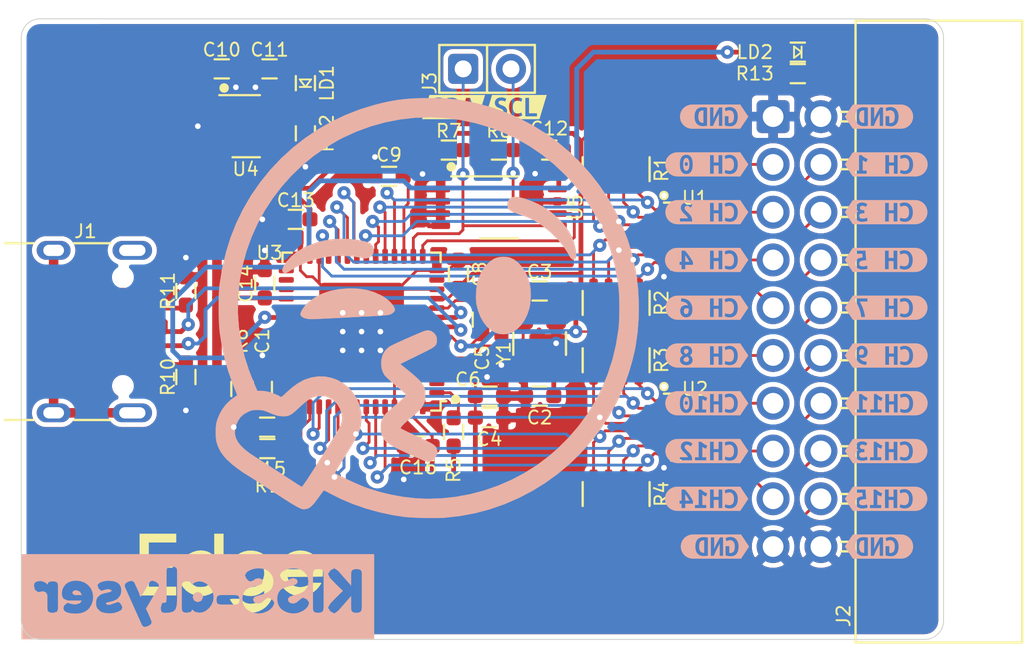
<source format=kicad_pcb>
(kicad_pcb (version 20171130) (host pcbnew 5.1.12-84ad8e8a86~92~ubuntu21.04.1)
  (layers (0 F.Cu signal) (31 B.Cu signal) (34 B.Paste user hide) (35 F.Paste user hide) (36 B.SilkS user) (37 F.SilkS user) (38 B.Mask user hide) (39 F.Mask user) (44 Edge.Cuts user))
  (net 0 "")
  (net 1 GND)
  (net 2 /~RST)
  (net 3 /XTALOUT)
  (net 4 /XTALIN)
  (net 5 +3V3)
  (net 6 Vbus)
  (net 7 "Net-(J1-PadB5)")
  (net 8 "Net-(J1-PadA8)")
  (net 9 "Net-(J1-PadB8)")
  (net 10 "Net-(J1-PadA5)")
  (net 11 "Net-(J1-PadSH)")
  (net 12 /_PD7)
  (net 13 /_PD6)
  (net 14 /_PD5)
  (net 15 /_PD4)
  (net 16 /_PD3)
  (net 17 /_PD2)
  (net 18 /_PD1)
  (net 19 /_PD0)
  (net 20 /_PB7)
  (net 21 /_PB6)
  (net 22 /_PB5)
  (net 23 /_PB4)
  (net 24 /_PB3)
  (net 25 /_PB2)
  (net 26 /_PB1)
  (net 27 /_PB0)
  (net 28 "Net-(LD1-Pad1)")
  (net 29 "Net-(LD2-Pad1)")
  (net 30 /PA1)
  (net 31 /PB0)
  (net 32 /PB2)
  (net 33 /PB1)
  (net 34 /PB3)
  (net 35 /PB4)
  (net 36 /PB6)
  (net 37 /PB5)
  (net 38 /PB7)
  (net 39 /PD0)
  (net 40 /PD2)
  (net 41 /PD1)
  (net 42 /PD3)
  (net 43 /PD4)
  (net 44 /PD6)
  (net 45 /PD5)
  (net 46 /PD7)
  (net 47 "Net-(R5-Pad2)")
  (net 48 /SCL)
  (net 49 /SDA)
  (net 50 /~WKP)
  (net 51 "Net-(U3-Pad54)")
  (net 52 "Net-(U3-Pad31)")
  (net 53 "Net-(U3-Pad40)")
  (net 54 "Net-(U3-Pad36)")
  (net 55 "Net-(U3-Pad33)")
  (net 56 "Net-(U3-Pad35)")
  (net 57 "Net-(U3-Pad37)")
  (net 58 "Net-(U3-Pad30)")
  (net 59 "Net-(U3-Pad29)")
  (net 60 "Net-(U3-Pad39)")
  (net 61 "Net-(U3-Pad38)")
  (net 62 "Net-(U3-Pad13)")
  (net 63 "Net-(U3-Pad2)")
  (net 64 /USB_P)
  (net 65 /USB_N)
  (module connectors_USB:GCT_USB4105 (layer F.Cu) (at 109.1184 103.632 270)
    (fp_text reference J1 (at -5.334 -4.2926 180) (layer F.SilkS) (effects (font (size 0.7 0.7) (thickness 0.1))))
    (fp_text value USB-C_GCT_USB4105-GF-A hide)
    (pad "" np_thru_hole circle (at 2.89 -6.28 270) (size 0.65 0.65) (drill 0.65) (layers *.Cu *.Mask))
    (pad "" np_thru_hole circle (at -2.89 -6.28 270) (size 0.65 0.65) (drill 0.65) (layers *.Cu *.Mask))
    (pad B5 smd roundrect (at 1.75 -7.493 270) (size 0.35 1.15) (layers F.Cu F.Paste F.Mask) (net 7 "Net-(J1-PadB5)"))
    (pad A8 smd roundrect (at 1.25 -7.493 270) (size 0.35 1.15) (layers F.Cu F.Paste F.Mask) (net 8 "Net-(J1-PadA8)"))
    (pad B8 smd roundrect (at -1.75 -7.493 270) (size 0.35 1.15) (layers F.Cu F.Paste F.Mask) (net 9 "Net-(J1-PadB8)"))
    (pad A5 smd roundrect (at -1.25 -7.493 270) (size 0.35 1.15) (layers F.Cu F.Paste F.Mask) (net 10 "Net-(J1-PadA5)"))
    (pad A12 smd roundrect (at 3.315 -7.493 270) (size 0.42 1.15) (layers F.Cu F.Paste F.Mask) (net 1 GND))
    (pad B1 smd roundrect (at 3.085 -7.493 270) (size 0.42 1.15) (layers F.Cu F.Paste F.Mask) (net 1 GND))
    (pad A9 smd roundrect (at 2.515 -7.493 270) (size 0.42 1.15) (layers F.Cu F.Paste F.Mask) (net 6 Vbus))
    (pad B4 smd roundrect (at 2.285 -7.493 270) (size 0.42 1.15) (layers F.Cu F.Paste F.Mask) (net 6 Vbus))
    (pad B6 smd roundrect (at 0.75 -7.493 270) (size 0.35 1.15) (layers F.Cu F.Paste F.Mask) (net 64 /USB_P))
    (pad A7 smd roundrect (at 0.25 -7.493 270) (size 0.35 1.15) (layers F.Cu F.Paste F.Mask) (net 65 /USB_N))
    (pad B7 smd roundrect (at -0.75 -7.493 270) (size 0.35 1.15) (layers F.Cu F.Paste F.Mask) (net 65 /USB_N))
    (pad B9 smd roundrect (at -2.285 -7.493 270) (size 0.42 1.15) (layers F.Cu F.Paste F.Mask) (net 6 Vbus))
    (pad A4 smd roundrect (at -2.515 -7.493 270) (size 0.42 1.15) (layers F.Cu F.Paste F.Mask) (net 6 Vbus))
    (pad B12 smd roundrect (at -3.085 -7.493 270) (size 0.42 1.15) (layers F.Cu F.Paste F.Mask) (net 1 GND))
    (pad A1 smd roundrect (at -3.315 -7.493 270) (size 0.42 1.15) (layers F.Cu F.Paste F.Mask) (net 1 GND))
    (pad A6 smd roundrect (at -0.25 -7.493 270) (size 0.35 1.15) (layers F.Cu F.Paste F.Mask) (net 64 /USB_P))
    (pad SH thru_hole oval (at 4.32 -2.6 270) (size 1 1.8) (drill oval 0.6 1.1) (layers *.Cu *.Mask) (net 11 "Net-(J1-PadSH)"))
    (pad SH thru_hole oval (at 4.32 -6.78 270) (size 1 2.1) (drill oval 0.6 1.4) (layers *.Cu *.Mask) (net 11 "Net-(J1-PadSH)"))
    (pad SH thru_hole oval (at -4.32 -2.6 270) (size 1 1.8) (drill oval 0.6 1.1) (layers *.Cu *.Mask) (net 11 "Net-(J1-PadSH)"))
    (pad SH thru_hole oval (at -4.32 -6.78 270) (size 1 2.1) (drill oval 0.6 1.4) (layers *.Cu *.Mask))
  )
  (module resistors:R_0603 (layer F.Cu) (at 123.075 109.855 180)
    (fp_text reference R9 (at 0 -1.9685 180) (layer F.SilkS) (effects (font (size 0.7 0.7) (thickness 0.1))))
    (fp_text value 2k7 hide)
    (pad 1 smd roundrect (at -0.75 0 180) (size 0.8 0.75) (layers F.Cu F.Paste F.Mask) (net 50 /~WKP))
    (pad 2 smd roundrect (at 0.75 0 180) (size 0.8 0.75) (layers F.Cu F.Paste F.Mask) (net 5 +3V3))
  )
  (module packages_QFN:QFN0.5P8.00X8.00X0.90-56 (layer F.Cu) (at 128.079 103.632 180)
    (fp_text reference U3 (at 4.889 4.191) (layer F.SilkS) (effects (font (size 0.7 0.7) (thickness 0.1))))
    (fp_text value CY7C68013A hide)
    (pad 45 smd roundrect (at 2.25 -4 180) (size 0.3 0.8) (layers F.Cu F.Paste F.Mask) (roundrect_rratio 0.286) (net 39 /PD0))
    (pad 54 smd roundrect (at -2.25 -4 180) (size 0.3 0.8) (layers F.Cu F.Paste F.Mask) (roundrect_rratio 0.286) (net 51 "Net-(U3-Pad54)"))
    (pad 56 smd roundrect (at -3.25 -4 180) (size 0.3 0.8) (layers F.Cu F.Paste F.Mask) (roundrect_rratio 0.286) (net 1 GND))
    (pad 50 smd roundrect (at -0.25 -4 180) (size 0.3 0.8) (layers F.Cu F.Paste F.Mask) (roundrect_rratio 0.286) (net 45 /PD5))
    (pad 47 smd roundrect (at 1.25 -4 180) (size 0.3 0.8) (layers F.Cu F.Paste F.Mask) (roundrect_rratio 0.286) (net 40 /PD2))
    (pad 49 smd roundrect (at 0.25 -4 180) (size 0.3 0.8) (layers F.Cu F.Paste F.Mask) (roundrect_rratio 0.286) (net 43 /PD4))
    (pad 51 smd roundrect (at -0.75 -4 180) (size 0.3 0.8) (layers F.Cu F.Paste F.Mask) (roundrect_rratio 0.286) (net 44 /PD6))
    (pad 44 smd roundrect (at 2.75 -4 180) (size 0.3 0.8) (layers F.Cu F.Paste F.Mask) (roundrect_rratio 0.286) (net 50 /~WKP))
    (pad 43 smd roundrect (at 3.25 -4 180) (size 0.3 0.8) (layers F.Cu F.Paste F.Mask) (roundrect_rratio 0.286) (net 5 +3V3))
    (pad 46 smd roundrect (at 1.75 -4 180) (size 0.3 0.8) (layers F.Cu F.Paste F.Mask) (roundrect_rratio 0.286) (net 41 /PD1))
    (pad 48 smd roundrect (at 0.75 -4 180) (size 0.3 0.8) (layers F.Cu F.Paste F.Mask) (roundrect_rratio 0.286) (net 42 /PD3))
    (pad 53 smd roundrect (at -1.75 -4 180) (size 0.3 0.8) (layers F.Cu F.Paste F.Mask) (roundrect_rratio 0.286) (net 1 GND))
    (pad 55 smd roundrect (at -2.75 -4 180) (size 0.3 0.8) (layers F.Cu F.Paste F.Mask) (roundrect_rratio 0.286) (net 5 +3V3))
    (pad 52 smd roundrect (at -1.25 -4 180) (size 0.3 0.8) (layers F.Cu F.Paste F.Mask) (roundrect_rratio 0.286) (net 46 /PD7))
    (pad 31 smd roundrect (at 4 2.25 90) (size 0.3 0.8) (layers F.Cu F.Paste F.Mask) (roundrect_rratio 0.286) (net 52 "Net-(U3-Pad31)"))
    (pad 40 smd roundrect (at 4 -2.25 90) (size 0.3 0.8) (layers F.Cu F.Paste F.Mask) (roundrect_rratio 0.286) (net 53 "Net-(U3-Pad40)"))
    (pad 42 smd roundrect (at 4 -3.25 90) (size 0.3 0.8) (layers F.Cu F.Paste F.Mask) (roundrect_rratio 0.286) (net 2 /~RST))
    (pad 36 smd roundrect (at 4 -0.25 90) (size 0.3 0.8) (layers F.Cu F.Paste F.Mask) (roundrect_rratio 0.286) (net 54 "Net-(U3-Pad36)"))
    (pad 33 smd roundrect (at 4 1.25 90) (size 0.3 0.8) (layers F.Cu F.Paste F.Mask) (roundrect_rratio 0.286) (net 55 "Net-(U3-Pad33)"))
    (pad 35 smd roundrect (at 4 0.25 90) (size 0.3 0.8) (layers F.Cu F.Paste F.Mask) (roundrect_rratio 0.286) (net 56 "Net-(U3-Pad35)"))
    (pad 37 smd roundrect (at 4 -0.75 90) (size 0.3 0.8) (layers F.Cu F.Paste F.Mask) (roundrect_rratio 0.286) (net 57 "Net-(U3-Pad37)"))
    (pad 30 smd roundrect (at 4 2.75 90) (size 0.3 0.8) (layers F.Cu F.Paste F.Mask) (roundrect_rratio 0.286) (net 58 "Net-(U3-Pad30)"))
    (pad 29 smd roundrect (at 4 3.25 90) (size 0.3 0.8) (layers F.Cu F.Paste F.Mask) (roundrect_rratio 0.286) (net 59 "Net-(U3-Pad29)"))
    (pad 32 smd roundrect (at 4 1.75 90) (size 0.3 0.8) (layers F.Cu F.Paste F.Mask) (roundrect_rratio 0.286) (net 5 +3V3))
    (pad 34 smd roundrect (at 4 0.75 90) (size 0.3 0.8) (layers F.Cu F.Paste F.Mask) (roundrect_rratio 0.286) (net 30 /PA1))
    (pad 39 smd roundrect (at 4 -1.75 90) (size 0.3 0.8) (layers F.Cu F.Paste F.Mask) (roundrect_rratio 0.286) (net 60 "Net-(U3-Pad39)"))
    (pad 41 smd roundrect (at 4 -2.75 90) (size 0.3 0.8) (layers F.Cu F.Paste F.Mask) (roundrect_rratio 0.286) (net 1 GND))
    (pad 38 smd roundrect (at 4 -1.25 90) (size 0.3 0.8) (layers F.Cu F.Paste F.Mask) (roundrect_rratio 0.286) (net 61 "Net-(U3-Pad38)"))
    (pad 17 smd roundrect (at -2.25 4) (size 0.3 0.8) (layers F.Cu F.Paste F.Mask) (roundrect_rratio 0.286) (net 5 +3V3))
    (pad 26 smd roundrect (at 2.25 4) (size 0.3 0.8) (layers F.Cu F.Paste F.Mask) (roundrect_rratio 0.286) (net 1 GND))
    (pad 28 smd roundrect (at 3.25 4) (size 0.3 0.8) (layers F.Cu F.Paste F.Mask) (roundrect_rratio 0.286) (net 1 GND))
    (pad 22 smd roundrect (at 0.25 4) (size 0.3 0.8) (layers F.Cu F.Paste F.Mask) (roundrect_rratio 0.286) (net 35 /PB4))
    (pad 19 smd roundrect (at -1.25 4) (size 0.3 0.8) (layers F.Cu F.Paste F.Mask) (roundrect_rratio 0.286) (net 33 /PB1))
    (pad 21 smd roundrect (at -0.25 4) (size 0.3 0.8) (layers F.Cu F.Paste F.Mask) (roundrect_rratio 0.286) (net 34 /PB3))
    (pad 23 smd roundrect (at 0.75 4) (size 0.3 0.8) (layers F.Cu F.Paste F.Mask) (roundrect_rratio 0.286) (net 37 /PB5))
    (pad 16 smd roundrect (at -2.75 4) (size 0.3 0.8) (layers F.Cu F.Paste F.Mask) (roundrect_rratio 0.286) (net 49 /SDA))
    (pad 15 smd roundrect (at -3.25 4) (size 0.3 0.8) (layers F.Cu F.Paste F.Mask) (roundrect_rratio 0.286) (net 48 /SCL))
    (pad 18 smd roundrect (at -1.75 4) (size 0.3 0.8) (layers F.Cu F.Paste F.Mask) (roundrect_rratio 0.286) (net 31 /PB0))
    (pad 20 smd roundrect (at -0.75 4) (size 0.3 0.8) (layers F.Cu F.Paste F.Mask) (roundrect_rratio 0.286) (net 32 /PB2))
    (pad 25 smd roundrect (at 1.75 4) (size 0.3 0.8) (layers F.Cu F.Paste F.Mask) (roundrect_rratio 0.286) (net 38 /PB7))
    (pad 27 smd roundrect (at 2.75 4) (size 0.3 0.8) (layers F.Cu F.Paste F.Mask) (roundrect_rratio 0.286) (net 5 +3V3))
    (pad 24 smd roundrect (at 1.25 4) (size 0.3 0.8) (layers F.Cu F.Paste F.Mask) (roundrect_rratio 0.286) (net 36 /PB6))
    (pad 14 smd roundrect (at -4 3.25 270) (size 0.3 0.8) (layers F.Cu F.Paste F.Mask) (roundrect_rratio 0.286) (net 1 GND))
    (pad 13 smd roundrect (at -4 2.75 270) (size 0.3 0.8) (layers F.Cu F.Paste F.Mask) (roundrect_rratio 0.286) (net 62 "Net-(U3-Pad13)"))
    (pad 12 smd roundrect (at -4 2.25 270) (size 0.3 0.8) (layers F.Cu F.Paste F.Mask) (roundrect_rratio 0.286) (net 1 GND))
    (pad 11 smd roundrect (at -4 1.75 270) (size 0.3 0.8) (layers F.Cu F.Paste F.Mask) (roundrect_rratio 0.286) (net 5 +3V3))
    (pad 10 smd roundrect (at -4 1.25 270) (size 0.3 0.8) (layers F.Cu F.Paste F.Mask) (roundrect_rratio 0.286) (net 1 GND))
    (pad 9 smd roundrect (at -4 0.75 270) (size 0.3 0.8) (layers F.Cu F.Paste F.Mask) (roundrect_rratio 0.286) (net 65 /USB_N))
    (pad 8 smd roundrect (at -4 0.25 270) (size 0.3 0.8) (layers F.Cu F.Paste F.Mask) (roundrect_rratio 0.286) (net 64 /USB_P))
    (pad 7 smd roundrect (at -4 -0.25 270) (size 0.3 0.8) (layers F.Cu F.Paste F.Mask) (roundrect_rratio 0.286) (net 5 +3V3))
    (pad 6 smd roundrect (at -4 -0.75 270) (size 0.3 0.8) (layers F.Cu F.Paste F.Mask) (roundrect_rratio 0.286) (net 1 GND))
    (pad 5 smd roundrect (at -4 -1.25 270) (size 0.3 0.8) (layers F.Cu F.Paste F.Mask) (roundrect_rratio 0.286) (net 4 /XTALIN))
    (pad 4 smd roundrect (at -4 -1.75 270) (size 0.3 0.8) (layers F.Cu F.Paste F.Mask) (roundrect_rratio 0.286) (net 3 /XTALOUT))
    (pad 3 smd roundrect (at -4 -2.25 270) (size 0.3 0.8) (layers F.Cu F.Paste F.Mask) (roundrect_rratio 0.286) (net 5 +3V3))
    (pad 2 smd roundrect (at -4 -2.75 270) (size 0.3 0.8) (layers F.Cu F.Paste F.Mask) (roundrect_rratio 0.286) (net 63 "Net-(U3-Pad2)"))
    (pad EP smd roundrect (at 0 0 180) (size 1 1.155555) (layers F.Cu F.Paste F.Mask) (roundrect_rratio 0.055999) (net 1 GND))
    (pad EP smd roundrect (at 1.143 1.397) (size 1 1.155555) (layers F.Cu F.Paste F.Mask) (roundrect_rratio 0.055999) (net 1 GND))
    (pad EP smd roundrect (at -1.143 -1.397 180) (size 1 1.155555) (layers F.Cu F.Paste F.Mask) (roundrect_rratio 0.055999) (net 1 GND))
    (pad EP smd roundrect (at -1.143 1.397) (size 1 1.155555) (layers F.Cu F.Paste F.Mask) (roundrect_rratio 0.055999) (net 1 GND))
    (pad EP smd roundrect (at 1.143 -1.397 180) (size 1 1.155555) (layers F.Cu F.Paste F.Mask) (roundrect_rratio 0.055999) (net 1 GND))
    (pad EP smd roundrect (at 0 0 180) (size 4.5 5.2) (layers F.Cu F.Mask) (roundrect_rratio 0.05599977777777778) (net 1 GND))
    (pad 1 smd roundrect (at -4 -3.25 270) (size 0.3 0.8) (layers F.Cu F.Paste F.Mask) (roundrect_rratio 0.286) (net 47 "Net-(R5-Pad2)"))
  )
  (module connectors_header:HDRVTH2P2.54_1x02 (layer F.Cu) (at 133.477 89.662)
    (fp_text reference J3 (at -1.778 0.762 90) (layer F.SilkS) (effects (font (size 0.7 0.7) (thickness 0.1))))
    (fp_text value header_01x02_male hide)
    (pad 2 thru_hole circle (at 2.54 0) (size 1.6 1.6) (drill 0.9) (layers *.Cu *.Mask) (net 48 /SCL))
    (pad 1 thru_hole roundrect (at 0 0) (size 1.6 1.6) (drill 0.9) (layers *.Cu *.Mask) (roundrect_rratio 0.164) (net 49 /SDA))
  )
  (module icons:onEdge_15.00X4.20 (layer F.Cu) (at 118.237 116.459)
    (fp_text reference G*** hide)
    (fp_text value LOGO hide)
  )
  (module icons:kissingSmiley_22.5X22.5 (layer B.Cu) (at 131.572 102.362 180)
    (fp_text reference G*** hide)
    (fp_text value LOGO hide)
  )
  (module crystals-oscillators:XTAL3.20X2.50X0.80 (layer F.Cu) (at 137.541 104.267 90)
    (fp_text reference Y1 (at -0.508 -1.905 90) (layer F.SilkS) (effects (font (size 0.7 0.7) (thickness 0.1))))
    (fp_text value 24MHz hide)
    (pad 3 smd roundrect (at 1.4 -0.875 90) (size 1.3 1.05) (layers F.Cu F.Paste F.Mask) (roundrect_rratio 0.238) (net 4 /XTALIN))
    (pad 1 smd roundrect (at -1.4 0.875 270) (size 1.3 1.05) (layers F.Cu F.Paste F.Mask) (roundrect_rratio 0.238) (net 3 /XTALOUT))
    (pad 4 smd roundrect (at -1.4 -0.875 90) (size 1.3 1.05) (layers F.Cu F.Paste F.Mask) (roundrect_rratio 0.238) (net 1 GND))
    (pad 2 smd roundrect (at 1.4 0.875 270) (size 1.3 1.05) (layers F.Cu F.Paste F.Mask) (roundrect_rratio 0.238) (net 1 GND))
  )
  (module packages_MSOP:MSOP0.65P6.40X1.20-8 (layer F.Cu) (at 135.382 97.028 270)
    (fp_text reference U5 (at 0 -4.064 90) (layer F.SilkS) (effects (font (size 0.7 0.7) (thickness 0.1))))
    (fp_text value 24LC01 hide)
    (pad 8 smd roundrect (at -0.975 -3.1 90) (size 0.35 1) (layers F.Cu F.Paste F.Mask) (net 5 +3V3))
    (pad 5 smd roundrect (at 0.975 -3.1 90) (size 0.35 1) (layers F.Cu F.Paste F.Mask) (net 49 /SDA))
    (pad 7 smd roundrect (at -0.325 -3.1 90) (size 0.35 1) (layers F.Cu F.Paste F.Mask) (net 1 GND))
    (pad 6 smd roundrect (at 0.325 -3.1 90) (size 0.35 1) (layers F.Cu F.Paste F.Mask) (net 48 /SCL))
    (pad 4 smd roundrect (at 0.975 3.1 270) (size 0.35 1) (layers F.Cu F.Paste F.Mask) (net 1 GND))
    (pad 3 smd roundrect (at 0.325 3.1 270) (size 0.35 1) (layers F.Cu F.Paste F.Mask) (net 1 GND))
    (pad 2 smd roundrect (at -0.325 3.1 270) (size 0.35 1) (layers F.Cu F.Paste F.Mask) (net 1 GND))
    (pad 1 smd roundrect (at -0.975 3.1 270) (size 0.35 1) (layers F.Cu F.Paste F.Mask) (net 1 GND))
  )
  (module packages_SOT:SOT230.9P2.7X2.9-5 (layer F.Cu) (at 121.92 92.71 270)
    (fp_text reference U4 (at 2.286 0) (layer F.SilkS) (effects (font (size 0.7 0.7) (thickness 0.1))))
    (fp_text value MIC5317 hide)
    (pad 5 smd roundrect (at -0.95 -1.35) (size 1.06 0.55) (layers F.Cu F.Paste F.Mask) (net 5 +3V3))
    (pad 4 smd roundrect (at 0.95 -1.35) (size 1.06 0.55) (layers F.Cu F.Paste F.Mask))
    (pad 3 smd roundrect (at 0.95 1.35) (size 1.06 0.55) (layers F.Cu F.Paste F.Mask) (net 6 Vbus))
    (pad 2 smd roundrect (at 0 1.35) (size 1.06 0.55) (layers F.Cu F.Paste F.Mask) (net 1 GND))
    (pad 1 smd roundrect (at -0.95 1.35) (size 1.06 0.55) (layers F.Cu F.Paste F.Mask) (net 6 Vbus))
  )
  (module packages_DFN:DFN3.30X1.35X0.55-16 (layer F.Cu) (at 144.78 108.712 270)
    (fp_text reference U2 (at -2.032 -1.016 180) (layer F.SilkS) (effects (font (size 0.7 0.7) (thickness 0.1))))
    (fp_text value IP425x-8 hide)
    (pad EP smd roundrect (at 0 0 270) (size 0.35 0.35) (layers F.Cu F.Paste F.Mask) (roundrect_rratio 0.2859971428571428) (net 1 GND))
    (pad EP smd roundrect (at -1 0 90) (size 0.35 0.35) (layers F.Cu F.Paste F.Mask) (roundrect_rratio 0.2859971428571428) (net 1 GND))
    (pad EP smd roundrect (at 1 0 270) (size 0.35 0.35) (layers F.Cu F.Paste F.Mask) (roundrect_rratio 0.2859971428571428) (net 1 GND))
    (pad EP smd roundrect (at 0 0 270) (size 3 0.4) (layers F.Cu F.Mask) (net 1 GND))
    (pad 13 smd roundrect (at -0.2 -0.715 270) (size 0.22 0.65) (layers F.Cu F.Paste F.Mask) (net 16 /_PD3))
    (pad 14 smd roundrect (at -0.6 -0.715 270) (size 0.22 0.65) (layers F.Cu F.Paste F.Mask) (net 17 /_PD2))
    (pad 16 smd roundrect (at -1.4 -0.715 270) (size 0.22 0.65) (layers F.Cu F.Paste F.Mask) (net 19 /_PD0))
    (pad 15 smd roundrect (at -1 -0.715 270) (size 0.22 0.65) (layers F.Cu F.Paste F.Mask) (net 18 /_PD1))
    (pad 10 smd roundrect (at 1 -0.715 270) (size 0.22 0.65) (layers F.Cu F.Paste F.Mask) (net 13 /_PD6))
    (pad 12 smd roundrect (at 0.2 -0.715 270) (size 0.22 0.65) (layers F.Cu F.Paste F.Mask) (net 15 /_PD4))
    (pad 11 smd roundrect (at 0.6 -0.715 270) (size 0.22 0.65) (layers F.Cu F.Paste F.Mask) (net 14 /_PD5))
    (pad 9 smd roundrect (at 1.4 -0.715 270) (size 0.22 0.65) (layers F.Cu F.Paste F.Mask) (net 12 /_PD7))
    (pad 8 smd roundrect (at 1.4 0.715 90) (size 0.22 0.65) (layers F.Cu F.Paste F.Mask) (net 46 /PD7))
    (pad 7 smd roundrect (at 1 0.715 90) (size 0.22 0.65) (layers F.Cu F.Paste F.Mask) (net 44 /PD6))
    (pad 6 smd roundrect (at 0.6 0.715 90) (size 0.22 0.65) (layers F.Cu F.Paste F.Mask) (net 45 /PD5))
    (pad 5 smd roundrect (at 0.2 0.715 90) (size 0.22 0.65) (layers F.Cu F.Paste F.Mask) (net 43 /PD4))
    (pad 4 smd roundrect (at -0.2 0.715 90) (size 0.22 0.65) (layers F.Cu F.Paste F.Mask) (net 42 /PD3))
    (pad 3 smd roundrect (at -0.6 0.715 90) (size 0.22 0.65) (layers F.Cu F.Paste F.Mask) (net 40 /PD2))
    (pad 2 smd roundrect (at -1 0.715 90) (size 0.22 0.65) (layers F.Cu F.Paste F.Mask) (net 41 /PD1))
    (pad 1 smd roundrect (at -1.4 0.715 90) (size 0.22 0.65) (layers F.Cu F.Paste F.Mask) (net 39 /PD0))
  )
  (module packages_DFN:DFN3.30X1.35X0.55-16 (layer F.Cu) (at 144.78 98.552 270)
    (fp_text reference U1 (at -2.032 -1.016 180) (layer F.SilkS) (effects (font (size 0.7 0.7) (thickness 0.1))))
    (fp_text value IP425x-8 hide)
    (pad EP smd roundrect (at 0 0 270) (size 0.35 0.35) (layers F.Cu F.Paste F.Mask) (roundrect_rratio 0.2859971428571428) (net 1 GND))
    (pad EP smd roundrect (at -1 0 90) (size 0.35 0.35) (layers F.Cu F.Paste F.Mask) (roundrect_rratio 0.2859971428571428) (net 1 GND))
    (pad EP smd roundrect (at 1 0 270) (size 0.35 0.35) (layers F.Cu F.Paste F.Mask) (roundrect_rratio 0.2859971428571428) (net 1 GND))
    (pad EP smd roundrect (at 0 0 270) (size 3 0.4) (layers F.Cu F.Mask) (net 1 GND))
    (pad 13 smd roundrect (at -0.2 -0.715 270) (size 0.22 0.65) (layers F.Cu F.Paste F.Mask) (net 24 /_PB3))
    (pad 14 smd roundrect (at -0.6 -0.715 270) (size 0.22 0.65) (layers F.Cu F.Paste F.Mask) (net 25 /_PB2))
    (pad 16 smd roundrect (at -1.4 -0.715 270) (size 0.22 0.65) (layers F.Cu F.Paste F.Mask) (net 27 /_PB0))
    (pad 15 smd roundrect (at -1 -0.715 270) (size 0.22 0.65) (layers F.Cu F.Paste F.Mask) (net 26 /_PB1))
    (pad 10 smd roundrect (at 1 -0.715 270) (size 0.22 0.65) (layers F.Cu F.Paste F.Mask) (net 21 /_PB6))
    (pad 12 smd roundrect (at 0.2 -0.715 270) (size 0.22 0.65) (layers F.Cu F.Paste F.Mask) (net 23 /_PB4))
    (pad 11 smd roundrect (at 0.6 -0.715 270) (size 0.22 0.65) (layers F.Cu F.Paste F.Mask) (net 22 /_PB5))
    (pad 9 smd roundrect (at 1.4 -0.715 270) (size 0.22 0.65) (layers F.Cu F.Paste F.Mask) (net 20 /_PB7))
    (pad 8 smd roundrect (at 1.4 0.715 90) (size 0.22 0.65) (layers F.Cu F.Paste F.Mask) (net 38 /PB7))
    (pad 7 smd roundrect (at 1 0.715 90) (size 0.22 0.65) (layers F.Cu F.Paste F.Mask) (net 36 /PB6))
    (pad 6 smd roundrect (at 0.6 0.715 90) (size 0.22 0.65) (layers F.Cu F.Paste F.Mask) (net 37 /PB5))
    (pad 5 smd roundrect (at 0.2 0.715 90) (size 0.22 0.65) (layers F.Cu F.Paste F.Mask) (net 35 /PB4))
    (pad 4 smd roundrect (at -0.2 0.715 90) (size 0.22 0.65) (layers F.Cu F.Paste F.Mask) (net 34 /PB3))
    (pad 3 smd roundrect (at -0.6 0.715 90) (size 0.22 0.65) (layers F.Cu F.Paste F.Mask) (net 32 /PB2))
    (pad 2 smd roundrect (at -1 0.715 90) (size 0.22 0.65) (layers F.Cu F.Paste F.Mask) (net 33 /PB1))
    (pad 1 smd roundrect (at -1.4 0.715 90) (size 0.22 0.65) (layers F.Cu F.Paste F.Mask) (net 31 /PB0))
  )
  (module resistors:R_0603 (layer F.Cu) (at 151.257 89.916 180)
    (fp_text reference R13 (at 2.286 0 180) (layer F.SilkS) (effects (font (size 0.7 0.7) (thickness 0.1))))
    (fp_text value 2k7 hide)
    (pad 1 smd roundrect (at -0.75 0 180) (size 0.8 0.75) (layers F.Cu F.Paste F.Mask) (net 29 "Net-(LD2-Pad1)"))
    (pad 2 smd roundrect (at 0.75 0 180) (size 0.8 0.75) (layers F.Cu F.Paste F.Mask) (net 1 GND))
  )
  (module resistors:R_0603 (layer F.Cu) (at 125.095 93.091 270)
    (fp_text reference R12 (at 0 -1.143 270) (layer F.SilkS) (effects (font (size 0.7 0.7) (thickness 0.1))))
    (fp_text value 2k7 hide)
    (pad 1 smd roundrect (at -0.75 0 270) (size 0.8 0.75) (layers F.Cu F.Paste F.Mask) (net 28 "Net-(LD1-Pad1)"))
    (pad 2 smd roundrect (at 0.75 0 270) (size 0.8 0.75) (layers F.Cu F.Paste F.Mask) (net 1 GND))
  )
  (module resistors:R_0603 (layer F.Cu) (at 118.745 101.473 270)
    (fp_text reference R11 (at 0 0.9525 270) (layer F.SilkS) (effects (font (size 0.7 0.7) (thickness 0.1))))
    (fp_text value 5k1 hide)
    (pad 1 smd roundrect (at -0.75 0 270) (size 0.8 0.75) (layers F.Cu F.Paste F.Mask) (net 1 GND))
    (pad 2 smd roundrect (at 0.75 0 270) (size 0.8 0.75) (layers F.Cu F.Paste F.Mask) (net 10 "Net-(J1-PadA5)"))
  )
  (module resistors:R_0603 (layer F.Cu) (at 118.745 106.045 90)
    (fp_text reference R10 (at 0 -0.9525 270) (layer F.SilkS) (effects (font (size 0.7 0.7) (thickness 0.1))))
    (fp_text value 5k1 hide)
    (pad 1 smd roundrect (at -0.75 0 90) (size 0.8 0.75) (layers F.Cu F.Paste F.Mask) (net 1 GND))
    (pad 2 smd roundrect (at 0.75 0 90) (size 0.8 0.75) (layers F.Cu F.Paste F.Mask) (net 7 "Net-(J1-PadB5)"))
  )
  (module resistors:R_0603 (layer F.Cu) (at 121.666 106.68 90)
    (fp_text reference R8 (at 2.54 0 270) (layer F.SilkS) (effects (font (size 0.7 0.7) (thickness 0.1))))
    (fp_text value 2k7 hide)
    (pad 1 smd roundrect (at -0.75 0 90) (size 0.8 0.75) (layers F.Cu F.Paste F.Mask) (net 2 /~RST))
    (pad 2 smd roundrect (at 0.75 0 90) (size 0.8 0.75) (layers F.Cu F.Paste F.Mask) (net 5 +3V3))
  )
  (module resistors:R_0603 (layer F.Cu) (at 132.715 93.98)
    (fp_text reference R7 (at 0 -1.016 180) (layer F.SilkS) (effects (font (size 0.7 0.7) (thickness 0.1))))
    (fp_text value 2k7 hide)
    (pad 1 smd roundrect (at -0.75 0) (size 0.8 0.75) (layers F.Cu F.Paste F.Mask) (net 5 +3V3))
    (pad 2 smd roundrect (at 0.75 0) (size 0.8 0.75) (layers F.Cu F.Paste F.Mask) (net 49 /SDA))
  )
  (module resistors:R_0603 (layer F.Cu) (at 135.382 93.98)
    (fp_text reference R6 (at 0 -1.016 180) (layer F.SilkS) (effects (font (size 0.7 0.7) (thickness 0.1))))
    (fp_text value 2k7 hide)
    (pad 1 smd roundrect (at -0.75 0) (size 0.8 0.75) (layers F.Cu F.Paste F.Mask) (net 5 +3V3))
    (pad 2 smd roundrect (at 0.75 0) (size 0.8 0.75) (layers F.Cu F.Paste F.Mask) (net 48 /SCL))
  )
  (module resistors:R_0603 (layer F.Cu) (at 132.969 108.966 90)
    (fp_text reference R5 (at -2.032 0 90) (layer F.SilkS) (effects (font (size 0.7 0.7) (thickness 0.1))))
    (fp_text value 2k7 hide)
    (pad 1 smd roundrect (at -0.75 0 90) (size 0.8 0.75) (layers F.Cu F.Paste F.Mask) (net 5 +3V3))
    (pad 2 smd roundrect (at 0.75 0 90) (size 0.8 0.75) (layers F.Cu F.Paste F.Mask) (net 47 "Net-(R5-Pad2)"))
  )
  (module resistors:BOURNS_CAY16-J4_1206-4 (layer F.Cu) (at 141.605 112.268)
    (fp_text reference R4 (at 2.413 0 90) (layer F.SilkS) (effects (font (size 0.7 0.7) (thickness 0.1))))
    (fp_text value 100k hide)
    (pad 8 smd roundrect (at -1.2 -0.85 180) (size 0.45 0.9) (layers F.Cu F.Paste F.Mask) (net 43 /PD4))
    (pad 6 smd roundrect (at 0.4 -0.85 180) (size 0.4 0.9) (layers F.Cu F.Paste F.Mask) (net 44 /PD6))
    (pad 7 smd roundrect (at -0.4 -0.85 180) (size 0.4 0.9) (layers F.Cu F.Paste F.Mask) (net 45 /PD5))
    (pad 5 smd roundrect (at 1.2 -0.85 180) (size 0.45 0.9) (layers F.Cu F.Paste F.Mask) (net 46 /PD7))
    (pad 4 smd roundrect (at 1.2 0.85) (size 0.45 0.9) (layers F.Cu F.Paste F.Mask) (net 5 +3V3))
    (pad 3 smd roundrect (at 0.4 0.85) (size 0.4 0.9) (layers F.Cu F.Paste F.Mask) (net 5 +3V3))
    (pad 2 smd roundrect (at -0.4 0.85) (size 0.4 0.9) (layers F.Cu F.Paste F.Mask) (net 5 +3V3))
    (pad 1 smd roundrect (at -1.2 0.85) (size 0.45 0.9) (layers F.Cu F.Paste F.Mask) (net 5 +3V3))
  )
  (module resistors:BOURNS_CAY16-J4_1206-4 (layer F.Cu) (at 141.605 105.156 180)
    (fp_text reference R3 (at -2.413 0 90) (layer F.SilkS) (effects (font (size 0.7 0.7) (thickness 0.1))))
    (fp_text value 100k hide)
    (pad 8 smd roundrect (at -1.2 -0.85) (size 0.45 0.9) (layers F.Cu F.Paste F.Mask) (net 39 /PD0))
    (pad 6 smd roundrect (at 0.4 -0.85) (size 0.4 0.9) (layers F.Cu F.Paste F.Mask) (net 40 /PD2))
    (pad 7 smd roundrect (at -0.4 -0.85) (size 0.4 0.9) (layers F.Cu F.Paste F.Mask) (net 41 /PD1))
    (pad 5 smd roundrect (at 1.2 -0.85) (size 0.45 0.9) (layers F.Cu F.Paste F.Mask) (net 42 /PD3))
    (pad 4 smd roundrect (at 1.2 0.85 180) (size 0.45 0.9) (layers F.Cu F.Paste F.Mask) (net 5 +3V3))
    (pad 3 smd roundrect (at 0.4 0.85 180) (size 0.4 0.9) (layers F.Cu F.Paste F.Mask) (net 5 +3V3))
    (pad 2 smd roundrect (at -0.4 0.85 180) (size 0.4 0.9) (layers F.Cu F.Paste F.Mask) (net 5 +3V3))
    (pad 1 smd roundrect (at -1.2 0.85 180) (size 0.45 0.9) (layers F.Cu F.Paste F.Mask) (net 5 +3V3))
  )
  (module resistors:BOURNS_CAY16-J4_1206-4 (layer F.Cu) (at 141.605 102.108)
    (fp_text reference R2 (at 2.413 0 90) (layer F.SilkS) (effects (font (size 0.7 0.7) (thickness 0.1))))
    (fp_text value 100k hide)
    (pad 8 smd roundrect (at -1.2 -0.85 180) (size 0.45 0.9) (layers F.Cu F.Paste F.Mask) (net 35 /PB4))
    (pad 6 smd roundrect (at 0.4 -0.85 180) (size 0.4 0.9) (layers F.Cu F.Paste F.Mask) (net 36 /PB6))
    (pad 7 smd roundrect (at -0.4 -0.85 180) (size 0.4 0.9) (layers F.Cu F.Paste F.Mask) (net 37 /PB5))
    (pad 5 smd roundrect (at 1.2 -0.85 180) (size 0.45 0.9) (layers F.Cu F.Paste F.Mask) (net 38 /PB7))
    (pad 4 smd roundrect (at 1.2 0.85) (size 0.45 0.9) (layers F.Cu F.Paste F.Mask) (net 5 +3V3))
    (pad 3 smd roundrect (at 0.4 0.85) (size 0.4 0.9) (layers F.Cu F.Paste F.Mask) (net 5 +3V3))
    (pad 2 smd roundrect (at -0.4 0.85) (size 0.4 0.9) (layers F.Cu F.Paste F.Mask) (net 5 +3V3))
    (pad 1 smd roundrect (at -1.2 0.85) (size 0.45 0.9) (layers F.Cu F.Paste F.Mask) (net 5 +3V3))
  )
  (module resistors:BOURNS_CAY16-J4_1206-4 (layer F.Cu) (at 141.605 94.996 180)
    (fp_text reference R1 (at -2.413 0 90) (layer F.SilkS) (effects (font (size 0.7 0.7) (thickness 0.1))))
    (fp_text value 100k hide)
    (pad 8 smd roundrect (at -1.2 -0.85) (size 0.45 0.9) (layers F.Cu F.Paste F.Mask) (net 31 /PB0))
    (pad 6 smd roundrect (at 0.4 -0.85) (size 0.4 0.9) (layers F.Cu F.Paste F.Mask) (net 32 /PB2))
    (pad 7 smd roundrect (at -0.4 -0.85) (size 0.4 0.9) (layers F.Cu F.Paste F.Mask) (net 33 /PB1))
    (pad 5 smd roundrect (at 1.2 -0.85) (size 0.45 0.9) (layers F.Cu F.Paste F.Mask) (net 34 /PB3))
    (pad 4 smd roundrect (at 1.2 0.85 180) (size 0.45 0.9) (layers F.Cu F.Paste F.Mask) (net 5 +3V3))
    (pad 3 smd roundrect (at 0.4 0.85 180) (size 0.4 0.9) (layers F.Cu F.Paste F.Mask) (net 5 +3V3))
    (pad 2 smd roundrect (at -0.4 0.85 180) (size 0.4 0.9) (layers F.Cu F.Paste F.Mask) (net 5 +3V3))
    (pad 1 smd roundrect (at -1.2 0.85 180) (size 0.45 0.9) (layers F.Cu F.Paste F.Mask) (net 5 +3V3))
  )
  (module leds:LD_0603 (layer F.Cu) (at 151.257 88.773 180)
    (fp_text reference LD2 (at 2.286 0 180) (layer F.SilkS) (effects (font (size 0.7 0.7) (thickness 0.1))))
    (fp_text value LED hide)
    (pad 1 smd roundrect (at -0.75 0 180) (size 0.8 0.75) (layers F.Cu F.Paste F.Mask) (net 29 "Net-(LD2-Pad1)"))
    (pad 2 smd roundrect (at 0.75 0 180) (size 0.8 0.75) (layers F.Cu F.Paste F.Mask) (net 30 /PA1))
  )
  (module leds:LD_0603 (layer F.Cu) (at 125.095 90.424 90)
    (fp_text reference LD1 (at 0 1.143 270) (layer F.SilkS) (effects (font (size 0.7 0.7) (thickness 0.1))))
    (fp_text value LED hide)
    (pad 1 smd roundrect (at -0.75 0 90) (size 0.8 0.75) (layers F.Cu F.Paste F.Mask) (net 28 "Net-(LD1-Pad1)"))
    (pad 2 smd roundrect (at 0.75 0 90) (size 0.8 0.75) (layers F.Cu F.Paste F.Mask) (net 5 +3V3))
  )
  (module connectors_box_headers:WURTH_61202021721 (layer F.Cu) (at 158.75 103.632 90)
    (fp_text reference J2 (at -15.113 -5.06 90) (layer F.SilkS) (effects (font (size 0.7 0.7) (thickness 0.1))))
    (fp_text value header_02x10_male hide)
    (pad 20 thru_hole circle (at -11.43 -6.265 90) (size 1.75 1.75) (drill 1.1) (layers *.Cu *.Mask) (net 1 GND))
    (pad 19 thru_hole circle (at -11.43 -8.805 90) (size 1.75 1.75) (drill 1.1) (layers *.Cu *.Mask) (net 1 GND))
    (pad 18 thru_hole circle (at -8.89 -6.265 90) (size 1.75 1.75) (drill 1.1) (layers *.Cu *.Mask) (net 12 /_PD7))
    (pad 17 thru_hole circle (at -8.89 -8.805 90) (size 1.75 1.75) (drill 1.1) (layers *.Cu *.Mask) (net 13 /_PD6))
    (pad 16 thru_hole circle (at -6.35 -6.265 90) (size 1.75 1.75) (drill 1.1) (layers *.Cu *.Mask) (net 14 /_PD5))
    (pad 15 thru_hole circle (at -6.35 -8.805 90) (size 1.75 1.75) (drill 1.1) (layers *.Cu *.Mask) (net 15 /_PD4))
    (pad 14 thru_hole circle (at -3.81 -6.265 90) (size 1.75 1.75) (drill 1.1) (layers *.Cu *.Mask) (net 16 /_PD3))
    (pad 13 thru_hole circle (at -3.81 -8.805 90) (size 1.75 1.75) (drill 1.1) (layers *.Cu *.Mask) (net 17 /_PD2))
    (pad 12 thru_hole circle (at -1.27 -6.265 90) (size 1.75 1.75) (drill 1.1) (layers *.Cu *.Mask) (net 18 /_PD1))
    (pad 11 thru_hole circle (at -1.27 -8.805 90) (size 1.75 1.75) (drill 1.1) (layers *.Cu *.Mask) (net 19 /_PD0))
    (pad 10 thru_hole circle (at 1.27 -6.265 90) (size 1.75 1.75) (drill 1.1) (layers *.Cu *.Mask) (net 20 /_PB7))
    (pad 9 thru_hole circle (at 1.27 -8.805 90) (size 1.75 1.75) (drill 1.1) (layers *.Cu *.Mask) (net 21 /_PB6))
    (pad 8 thru_hole circle (at 3.81 -6.265 90) (size 1.75 1.75) (drill 1.1) (layers *.Cu *.Mask) (net 22 /_PB5))
    (pad 7 thru_hole circle (at 3.81 -8.805 90) (size 1.75 1.75) (drill 1.1) (layers *.Cu *.Mask) (net 23 /_PB4))
    (pad 6 thru_hole circle (at 6.35 -6.265 90) (size 1.75 1.75) (drill 1.1) (layers *.Cu *.Mask) (net 24 /_PB3))
    (pad 5 thru_hole circle (at 6.35 -8.805 90) (size 1.75 1.75) (drill 1.1) (layers *.Cu *.Mask) (net 25 /_PB2))
    (pad 4 thru_hole circle (at 8.89 -6.265 90) (size 1.75 1.75) (drill 1.1) (layers *.Cu *.Mask) (net 26 /_PB1))
    (pad 3 thru_hole circle (at 8.89 -8.805 90) (size 1.75 1.75) (drill 1.1) (layers *.Cu *.Mask) (net 27 /_PB0))
    (pad 2 thru_hole circle (at 11.43 -6.265 90) (size 1.75 1.75) (drill 1.1) (layers *.Cu *.Mask) (net 1 GND))
    (pad 1 thru_hole roundrect (at 11.43 -8.805 90) (size 1.75 1.75) (drill 1.1) (layers *.Cu *.Mask) (roundrect_rratio 0.1429994285714286) (net 1 GND))
  )
  (module capacitors:C_0603 (layer F.Cu) (at 131.082 109.713)
    (fp_text reference C16 (at 0 1.143 180) (layer F.SilkS) (effects (font (size 0.7 0.7) (thickness 0.1))))
    (fp_text value 100nF hide)
    (pad 1 smd roundrect (at -0.75 0) (size 0.8 0.75) (layers F.Cu F.Paste F.Mask) (net 1 GND))
    (pad 2 smd roundrect (at 0.75 0) (size 0.8 0.75) (layers F.Cu F.Paste F.Mask) (net 5 +3V3))
  )
  (module capacitors:C_0603 (layer F.Cu) (at 123.063 108.712)
    (fp_text reference C15 (at 0 2.2225 180) (layer F.SilkS) (effects (font (size 0.7 0.7) (thickness 0.1))))
    (fp_text value 100nF hide)
    (pad 1 smd roundrect (at -0.75 0) (size 0.8 0.75) (layers F.Cu F.Paste F.Mask) (net 1 GND))
    (pad 2 smd roundrect (at 0.75 0) (size 0.8 0.75) (layers F.Cu F.Paste F.Mask) (net 5 +3V3))
  )
  (module capacitors:C_0603 (layer F.Cu) (at 122.936 101.092 270)
    (fp_text reference C14 (at 0 1.016 270) (layer F.SilkS) (effects (font (size 0.7 0.7) (thickness 0.1))))
    (fp_text value 100nF hide)
    (pad 1 smd roundrect (at -0.75 0 270) (size 0.8 0.75) (layers F.Cu F.Paste F.Mask) (net 1 GND))
    (pad 2 smd roundrect (at 0.75 0 270) (size 0.8 0.75) (layers F.Cu F.Paste F.Mask) (net 5 +3V3))
  )
  (module capacitors:C_0603 (layer F.Cu) (at 124.587 97.663)
    (fp_text reference C13 (at 0 -1.016 180) (layer F.SilkS) (effects (font (size 0.7 0.7) (thickness 0.1))))
    (fp_text value 100nF hide)
    (pad 1 smd roundrect (at -0.75 0) (size 0.8 0.75) (layers F.Cu F.Paste F.Mask) (net 1 GND))
    (pad 2 smd roundrect (at 0.75 0) (size 0.8 0.75) (layers F.Cu F.Paste F.Mask) (net 5 +3V3))
  )
  (module capacitors:C_0603 (layer F.Cu) (at 138.049 93.98)
    (fp_text reference C12 (at 0 -1.143 180) (layer F.SilkS) (effects (font (size 0.7 0.7) (thickness 0.1))))
    (fp_text value 100nF hide)
    (pad 1 smd roundrect (at -0.75 0) (size 0.8 0.75) (layers F.Cu F.Paste F.Mask) (net 1 GND))
    (pad 2 smd roundrect (at 0.75 0) (size 0.8 0.75) (layers F.Cu F.Paste F.Mask) (net 5 +3V3))
  )
  (module capacitors:C_0603 (layer F.Cu) (at 123.19 89.662)
    (fp_text reference C11 (at 0 -1.016 180) (layer F.SilkS) (effects (font (size 0.7 0.7) (thickness 0.1))))
    (fp_text value 1uF hide)
    (pad 1 smd roundrect (at -0.75 0) (size 0.8 0.75) (layers F.Cu F.Paste F.Mask) (net 1 GND))
    (pad 2 smd roundrect (at 0.75 0) (size 0.8 0.75) (layers F.Cu F.Paste F.Mask) (net 5 +3V3))
  )
  (module capacitors:C_0603 (layer F.Cu) (at 120.65 89.662 180)
    (fp_text reference C10 (at 0 1.016 180) (layer F.SilkS) (effects (font (size 0.7 0.7) (thickness 0.1))))
    (fp_text value 1uF hide)
    (pad 1 smd roundrect (at -0.75 0 180) (size 0.8 0.75) (layers F.Cu F.Paste F.Mask) (net 1 GND))
    (pad 2 smd roundrect (at 0.75 0 180) (size 0.8 0.75) (layers F.Cu F.Paste F.Mask) (net 6 Vbus))
  )
  (module capacitors:C_0603 (layer F.Cu) (at 129.54 95.377)
    (fp_text reference C9 (at 0 -1.143 180) (layer F.SilkS) (effects (font (size 0.7 0.7) (thickness 0.1))))
    (fp_text value 100nF hide)
    (pad 1 smd roundrect (at -0.75 0) (size 0.8 0.75) (layers F.Cu F.Paste F.Mask) (net 1 GND))
    (pad 2 smd roundrect (at 0.75 0) (size 0.8 0.75) (layers F.Cu F.Paste F.Mask) (net 5 +3V3))
  )
  (module capacitors:C_0603 (layer F.Cu) (at 133.223 100.584 270)
    (fp_text reference C8 (at 0 -1.143 270) (layer F.SilkS) (effects (font (size 0.7 0.7) (thickness 0.1))))
    (fp_text value 100nF hide)
    (pad 1 smd roundrect (at -0.75 0 270) (size 0.8 0.75) (layers F.Cu F.Paste F.Mask) (net 1 GND))
    (pad 2 smd roundrect (at 0.75 0 270) (size 0.8 0.75) (layers F.Cu F.Paste F.Mask) (net 5 +3V3))
  )
  (module capacitors:C_0603 (layer F.Cu) (at 135.509 102.997 270)
    (fp_text reference C7 (at -2.032 0 270) (layer F.SilkS) (effects (font (size 0.7 0.7) (thickness 0.1))))
    (fp_text value 100nF hide)
    (pad 1 smd roundrect (at -0.75 0 270) (size 0.8 0.75) (layers F.Cu F.Paste F.Mask) (net 1 GND))
    (pad 2 smd roundrect (at 0.75 0 270) (size 0.8 0.75) (layers F.Cu F.Paste F.Mask) (net 5 +3V3))
  )
  (module capacitors:C_0603 (layer F.Cu) (at 134.874 107.061 180)
    (fp_text reference C6 (at 1.143 0.889 180) (layer F.SilkS) (effects (font (size 0.7 0.7) (thickness 0.1))))
    (fp_text value 100nF hide)
    (pad 1 smd roundrect (at -0.75 0 180) (size 0.8 0.75) (layers F.Cu F.Paste F.Mask) (net 1 GND))
    (pad 2 smd roundrect (at 0.75 0 180) (size 0.8 0.75) (layers F.Cu F.Paste F.Mask) (net 5 +3V3))
  )
  (module capacitors:C_0603 (layer F.Cu) (at 134.493 102.997 270)
    (fp_text reference C5 (at 2.032 0 270) (layer F.SilkS) (effects (font (size 0.7 0.7) (thickness 0.1))))
    (fp_text value 1uF hide)
    (pad 1 smd roundrect (at -0.75 0 270) (size 0.8 0.75) (layers F.Cu F.Paste F.Mask) (net 1 GND))
    (pad 2 smd roundrect (at 0.75 0 270) (size 0.8 0.75) (layers F.Cu F.Paste F.Mask) (net 5 +3V3))
  )
  (module capacitors:C_0603 (layer F.Cu) (at 134.874 108.204 180)
    (fp_text reference C4 (at 0 -1.143 180) (layer F.SilkS) (effects (font (size 0.7 0.7) (thickness 0.1))))
    (fp_text value 1uF hide)
    (pad 1 smd roundrect (at -0.75 0 180) (size 0.8 0.75) (layers F.Cu F.Paste F.Mask) (net 1 GND))
    (pad 2 smd roundrect (at 0.75 0 180) (size 0.8 0.75) (layers F.Cu F.Paste F.Mask) (net 5 +3V3))
  )
  (module capacitors:C_0603 (layer F.Cu) (at 137.541 101.473 180)
    (fp_text reference C3 (at 0 1.016 180) (layer F.SilkS) (effects (font (size 0.7 0.7) (thickness 0.1))))
    (fp_text value 18pF hide)
    (pad 1 smd roundrect (at -0.75 0 180) (size 0.8 0.75) (layers F.Cu F.Paste F.Mask) (net 1 GND))
    (pad 2 smd roundrect (at 0.75 0 180) (size 0.8 0.75) (layers F.Cu F.Paste F.Mask) (net 4 /XTALIN))
  )
  (module capacitors:C_0603 (layer F.Cu) (at 137.541 107.061)
    (fp_text reference C2 (at 0 1.143 180) (layer F.SilkS) (effects (font (size 0.7 0.7) (thickness 0.1))))
    (fp_text value 18pF hide)
    (pad 1 smd roundrect (at -0.75 0) (size 0.8 0.75) (layers F.Cu F.Paste F.Mask) (net 1 GND))
    (pad 2 smd roundrect (at 0.75 0) (size 0.8 0.75) (layers F.Cu F.Paste F.Mask) (net 3 /XTALOUT))
  )
  (module capacitors:C_0603 (layer F.Cu) (at 122.809 106.68 270)
    (fp_text reference C1 (at -2.54 0 270) (layer F.SilkS) (effects (font (size 0.7 0.7) (thickness 0.1))))
    (fp_text value 1uF hide)
    (pad 1 smd roundrect (at -0.75 0 270) (size 0.8 0.75) (layers F.Cu F.Paste F.Mask) (net 1 GND))
    (pad 2 smd roundrect (at 0.75 0 270) (size 0.8 0.75) (layers F.Cu F.Paste F.Mask) (net 2 /~RST))
  )
  (module label (layer F.Cu) (at 136.271 91.694)
    (fp_text reference kibuzzard-62261D22 hide)
    (fp_text value G*** hide)
  )
  (module label (layer F.Cu) (at 132.969 91.694)
    (fp_text reference kibuzzard-62261D1D hide)
    (fp_text value G*** hide)
  )
  (module label (layer B.Cu) (at 146.854 115.062 180)
    (fp_text reference kibuzzard-62260EDB hide)
    (fp_text value G*** hide)
  )
  (module label (layer B.Cu) (at 146.413537 112.522172 180)
    (fp_text reference kibuzzard-62260EFF hide)
    (fp_text value G*** hide)
  )
  (module label (layer B.Cu) (at 146.423856 109.982349 180)
    (fp_text reference kibuzzard-62260EFA hide)
    (fp_text value G*** hide)
  )
  (module label (layer B.Cu) (at 146.421475 107.442526 180)
    (fp_text reference kibuzzard-62260EF7 hide)
    (fp_text value G*** hide)
  )
  (module label (layer B.Cu) (at 146.422401 104.901909 180)
    (fp_text reference kibuzzard-62260EF2 hide)
    (fp_text value G*** hide)
  )
  (module label (layer B.Cu) (at 146.429412 102.361292 180)
    (fp_text reference kibuzzard-62260EEF hide)
    (fp_text value G*** hide)
  )
  (module label (layer B.Cu) (at 146.413537 99.821469 180)
    (fp_text reference kibuzzard-62260EEB hide)
    (fp_text value G*** hide)
  )
  (module label (layer B.Cu) (at 146.423856 97.281646 180)
    (fp_text reference kibuzzard-62260EE7 hide)
    (fp_text value G*** hide)
  )
  (module label (layer B.Cu) (at 146.812 92.202 180)
    (fp_text reference kibuzzard-62260EDB hide)
    (fp_text value G*** hide)
  )
  (module label (layer B.Cu) (at 146.421475 94.741823 180)
    (fp_text reference kibuzzard-62260EB8 hide)
    (fp_text value G*** hide)
  )
  (module label (layer B.Cu) (at 155.946475 99.820941 180)
    (fp_text reference kibuzzard-62260E22 hide)
    (fp_text value G*** hide)
  )
  (module label (layer B.Cu) (at 155.956 107.443058 180)
    (fp_text reference kibuzzard-62260DE2 hide)
    (fp_text value G*** hide)
  )
  (module label (layer B.Cu) (at 155.570237 115.062 180)
    (fp_text reference kibuzzard-62260CDD hide)
    (fp_text value G*** hide)
  )
  (module label (layer B.Cu) (at 155.946475 112.522352 180)
    (fp_text reference kibuzzard-62260D4A hide)
    (fp_text value G*** hide)
  )
  (module label (layer B.Cu) (at 155.94965 109.982705 180)
    (fp_text reference kibuzzard-62260D47 hide)
    (fp_text value G*** hide)
  )
  (module label (layer B.Cu) (at 155.955735 104.901823 180)
    (fp_text reference kibuzzard-62260D3E hide)
    (fp_text value G*** hide)
  )
  (module label (layer B.Cu) (at 155.951237 102.360588 180)
    (fp_text reference kibuzzard-62260D3A hide)
    (fp_text value G*** hide)
  )
  (module label (layer B.Cu) (at 155.94965 97.281294 180)
    (fp_text reference kibuzzard-62260D32 hide)
    (fp_text value G*** hide)
  )
  (module label (layer B.Cu) (at 155.956 94.741647 180)
    (fp_text reference kibuzzard-62260CFE hide)
    (fp_text value G*** hide)
  )
  (module label (layer B.Cu) (at 155.570237 92.202 180)
    (fp_text reference kibuzzard-62260CDD hide)
    (fp_text value G*** hide)
  )
  (module label (layer B.Cu) (at 119.38 117.729 180)
    (fp_text reference kibuzzard-6225F7B7 hide)
    (fp_text value G*** hide)
  )
  (gr_text V0.1 (at 112.141 88.265) (layer F.Cu) (effects (font (size 1 1))))
  (gr_arc (start 158 119) (end 158 120) (angle -90) (layer Edge.Cuts) (width 0.05))
  (gr_arc (start 111 119) (end 110 119) (angle -90) (layer Edge.Cuts) (width 0.05))
  (gr_arc (start 111 88) (end 111 87) (angle -90) (layer Edge.Cuts) (width 0.05))
  (gr_arc (start 158 88) (end 159 88) (angle -90) (layer Edge.Cuts) (width 0.05))
  (gr_line (start 110 119) (end 110 88) (layer Edge.Cuts) (width 0.05))
  (gr_line (start 158 120) (end 111 120) (layer Edge.Cuts) (width 0.05))
  (gr_line (start 159 88) (end 159 119) (layer Edge.Cuts) (width 0.05))
  (gr_line (start 111 87) (end 158 87) (layer Edge.Cuts) (width 0.05))
  (via (at 143.274 106.919) (size 0.7) (drill 0.3) (layers F.Cu B.Cu) (net 39))
  (segment (start 144.065 107.312) (end 143.667 107.312) (width 0.15) (layer F.Cu) (net 39))
  (segment (start 142.805 106.45) (end 143.274 106.919) (width 0.15) (layer F.Cu) (net 39))
  (segment (start 142.805 106.006) (end 142.805 106.45) (width 0.15) (layer F.Cu) (net 39))
  (segment (start 143.667 107.312) (end 143.274 106.919) (width 0.15) (layer F.Cu) (net 39))
  (segment (start 144.065 108.112) (end 141.927 108.112) (width 0.15) (layer F.Cu) (net 40))
  (segment (start 141.205 107.39) (end 141.75 107.935) (width 0.15) (layer F.Cu) (net 40))
  (via (at 141.75 107.935) (size 0.7) (drill 0.3) (layers F.Cu B.Cu) (net 40))
  (segment (start 141.205 106.006) (end 141.205 107.39) (width 0.15) (layer F.Cu) (net 40))
  (segment (start 141.927 108.112) (end 141.75 107.935) (width 0.15) (layer F.Cu) (net 40))
  (segment (start 142.797 107.712) (end 142.512 107.427) (width 0.15) (layer F.Cu) (net 41))
  (segment (start 144.065 107.712) (end 142.797 107.712) (width 0.15) (layer F.Cu) (net 41))
  (segment (start 142.005 106.006) (end 142.005 106.92) (width 0.15) (layer F.Cu) (net 41))
  (segment (start 142.005 106.92) (end 142.512 107.427) (width 0.15) (layer F.Cu) (net 41))
  (via (at 142.512 107.427) (size 0.7) (drill 0.3) (layers F.Cu B.Cu) (net 41))
  (segment (start 140.405 106.006) (end 140.405 107.86) (width 0.15) (layer F.Cu) (net 42))
  (segment (start 144.065 108.512) (end 141.057 108.512) (width 0.15) (layer F.Cu) (net 42))
  (segment (start 140.405 107.86) (end 140.734 108.189) (width 0.15) (layer F.Cu) (net 42))
  (via (at 140.734 108.189) (size 0.7) (drill 0.3) (layers F.Cu B.Cu) (net 42))
  (segment (start 141.057 108.512) (end 140.734 108.189) (width 0.15) (layer F.Cu) (net 42))
  (segment (start 144.065 108.912) (end 144.061999 108.908999) (width 0.15) (layer F.Cu) (net 43))
  (via (at 140.734 109.205) (size 0.7) (drill 0.3) (layers F.Cu B.Cu) (net 43))
  (segment (start 141.030001 108.908999) (end 140.734 109.205) (width 0.15) (layer F.Cu) (net 43))
  (segment (start 144.061999 108.908999) (end 141.030001 108.908999) (width 0.15) (layer F.Cu) (net 43))
  (segment (start 140.405 109.534) (end 140.734 109.205) (width 0.15) (layer F.Cu) (net 43))
  (segment (start 140.405 111.418) (end 140.405 109.534) (width 0.15) (layer F.Cu) (net 43))
  (segment (start 144.065 109.712) (end 142.767 109.712) (width 0.15) (layer F.Cu) (net 44))
  (via (at 142.512 109.967) (size 0.7) (drill 0.3) (layers F.Cu B.Cu) (net 44))
  (segment (start 142.767 109.712) (end 142.512 109.967) (width 0.15) (layer F.Cu) (net 44))
  (segment (start 142.005 111.418) (end 142.005 110.474) (width 0.15) (layer F.Cu) (net 44))
  (segment (start 142.005 110.474) (end 142.512 109.967) (width 0.15) (layer F.Cu) (net 44))
  (via (at 141.75 109.459) (size 0.7) (drill 0.3) (layers F.Cu B.Cu) (net 45))
  (segment (start 141.897 109.312) (end 141.75 109.459) (width 0.15) (layer F.Cu) (net 45))
  (segment (start 141.205 110.004) (end 141.75 109.459) (width 0.15) (layer F.Cu) (net 45))
  (segment (start 144.065 109.312) (end 141.897 109.312) (width 0.15) (layer F.Cu) (net 45))
  (segment (start 141.205 111.418) (end 141.205 110.004) (width 0.15) (layer F.Cu) (net 45))
  (segment (start 142.805 110.944) (end 143.274 110.475) (width 0.15) (layer F.Cu) (net 46))
  (segment (start 142.805 111.418) (end 142.805 110.944) (width 0.15) (layer F.Cu) (net 46))
  (segment (start 144.065 110.112) (end 143.637 110.112) (width 0.15) (layer F.Cu) (net 46))
  (segment (start 143.637 110.112) (end 143.274 110.475) (width 0.15) (layer F.Cu) (net 46))
  (via (at 143.274 110.475) (size 0.7) (drill 0.3) (layers F.Cu B.Cu) (net 46))
  (via (at 125.875 109.84) (size 0.7) (drill 0.3) (layers F.Cu B.Cu) (net 41))
  (via (at 126.256 110.602) (size 0.7) (drill 0.3) (layers F.Cu B.Cu) (net 40))
  (via (at 126.637 111.364) (size 0.7) (drill 0.3) (layers F.Cu B.Cu) (net 42))
  (via (at 128.915 111.364) (size 0.7) (drill 0.3) (layers F.Cu B.Cu) (net 46))
  (via (at 128.153 109.84) (size 0.7) (drill 0.3) (layers F.Cu B.Cu) (net 45))
  (via (at 128.534 110.602) (size 0.7) (drill 0.3) (layers F.Cu B.Cu) (net 44))
  (via (at 127.78 109.078) (size 0.7) (drill 0.3) (layers F.Cu B.Cu) (net 43))
  (via (at 125.502 109.078) (size 0.7) (drill 0.3) (layers F.Cu B.Cu) (net 39))
  (via (at 139.464 103.632) (size 0.7) (drill 0.3) (layers F.Cu B.Cu) (net 5))
  (via (at 128.79 94.346) (size 0.7) (drill 0.3) (layers F.Cu B.Cu) (net 1))
  (segment (start 144.78 97.027996) (end 144.145004 96.393) (width 0.15) (layer F.Cu) (net 1))
  (via (at 144.145004 96.393) (size 0.7) (drill 0.3) (layers F.Cu B.Cu) (net 1))
  (segment (start 144.78 97.552) (end 144.78 97.027996) (width 0.15) (layer F.Cu) (net 1))
  (segment (start 144.78 107.712) (end 144.78 107.187996) (width 0.15) (layer F.Cu) (net 1))
  (segment (start 144.78 107.187996) (end 144.145004 106.553) (width 0.15) (layer F.Cu) (net 1))
  (via (at 144.145004 106.553) (size 0.7) (drill 0.3) (layers F.Cu B.Cu) (net 1))
  (segment (start 144.78 99.552) (end 144.78 100.076004) (width 0.15) (layer F.Cu) (net 1))
  (segment (start 144.78 100.076004) (end 144.145004 100.711) (width 0.15) (layer F.Cu) (net 1))
  (via (at 144.145004 100.711) (size 0.7) (drill 0.3) (layers F.Cu B.Cu) (net 1))
  (via (at 127.079 104.632) (size 0.7) (drill 0.3) (layers F.Cu B.Cu) (net 1))
  (via (at 128.079 104.632) (size 0.7) (drill 0.3) (layers F.Cu B.Cu) (net 1))
  (via (at 129.079 104.632) (size 0.7) (drill 0.3) (layers F.Cu B.Cu) (net 1))
  (via (at 129.079 103.632) (size 0.7) (drill 0.3) (layers F.Cu B.Cu) (net 1))
  (via (at 127.079 103.632) (size 0.7) (drill 0.3) (layers F.Cu B.Cu) (net 1))
  (via (at 128.079 102.632) (size 0.7) (drill 0.3) (layers F.Cu B.Cu) (net 1))
  (segment (start 129.829 105.382) (end 128.079 103.632) (width 0.15) (layer F.Cu) (net 1))
  (segment (start 129.829 107.632) (end 129.829 105.382) (width 0.15) (layer F.Cu) (net 1))
  (segment (start 128.079 103.982) (end 128.079 103.632) (width 0.15) (layer F.Cu) (net 1))
  (segment (start 131.329 107.232) (end 128.952 104.855) (width 0.15) (layer F.Cu) (net 1))
  (segment (start 131.329 107.632) (end 131.329 107.232) (width 0.15) (layer F.Cu) (net 1))
  (segment (start 128.829 104.382) (end 128.079 103.632) (width 0.15) (layer F.Cu) (net 1))
  (segment (start 132.079 104.382) (end 128.829 104.382) (width 0.15) (layer F.Cu) (net 1))
  (segment (start 129.329 102.382) (end 128.079 103.632) (width 0.15) (layer F.Cu) (net 1))
  (segment (start 132.079 102.382) (end 129.329 102.382) (width 0.15) (layer F.Cu) (net 1))
  (segment (start 130.329 101.382) (end 129.1905 102.5205) (width 0.15) (layer F.Cu) (net 1))
  (segment (start 132.079 101.382) (end 130.329 101.382) (width 0.15) (layer F.Cu) (net 1))
  (segment (start 128.079 103.314) (end 128.079 103.632) (width 0.15) (layer F.Cu) (net 1))
  (segment (start 125.829 101.064) (end 128.079 103.314) (width 0.15) (layer F.Cu) (net 1))
  (segment (start 125.829 99.632) (end 125.829 101.064) (width 0.15) (layer F.Cu) (net 1))
  (via (at 128.079 103.632) (size 0.7) (drill 0.3) (layers F.Cu B.Cu) (net 1))
  (via (at 127.079 102.632) (size 0.7) (drill 0.3) (layers F.Cu B.Cu) (net 1))
  (segment (start 129.1905 102.5205) (end 128.079 103.632) (width 0.15) (layer F.Cu) (net 1))
  (via (at 129.079 102.632) (size 0.7) (drill 0.3) (layers F.Cu B.Cu) (net 1))
  (segment (start 128.952 104.855) (end 128.079 103.982) (width 0.15) (layer F.Cu) (net 1))
  (segment (start 128.0475 103.6635) (end 128.079 103.632) (width 0.15) (layer F.Cu) (net 1))
  (segment (start 126.841 104.87) (end 128.0475 103.6635) (width 0.15) (layer F.Cu) (net 1))
  (segment (start 126.841 105.188) (end 126.841 104.87) (width 0.15) (layer F.Cu) (net 1))
  (segment (start 125.647 106.382) (end 126.841 105.188) (width 0.15) (layer F.Cu) (net 1))
  (segment (start 124.079 106.382) (end 125.647 106.382) (width 0.15) (layer F.Cu) (net 1))
  (segment (start 127.254 102.489) (end 128.079 103.314) (width 0.15) (layer F.Cu) (net 1))
  (segment (start 125.1585 100.711) (end 125.476 100.711) (width 0.15) (layer F.Cu) (net 1))
  (segment (start 124.829 100.3815) (end 125.1585 100.711) (width 0.15) (layer F.Cu) (net 1))
  (segment (start 125.476 100.711) (end 127.254 102.489) (width 0.15) (layer F.Cu) (net 1))
  (segment (start 124.829 99.632) (end 124.829 100.3815) (width 0.15) (layer F.Cu) (net 1))
  (segment (start 116.6114 100.547) (end 116.6114 100.317) (width 0.254) (layer F.Cu) (net 1))
  (segment (start 116.6114 106.717) (end 116.6114 106.947) (width 0.254) (layer F.Cu) (net 1))
  (segment (start 128.079 103.315) (end 128.079 103.632) (width 0.15) (layer F.Cu) (net 1))
  (segment (start 131.012 100.382) (end 128.079 103.315) (width 0.15) (layer F.Cu) (net 1))
  (segment (start 132.079 100.382) (end 131.012 100.382) (width 0.15) (layer F.Cu) (net 1))
  (segment (start 118.6565 106.947) (end 118.8085 106.795) (width 0.254) (layer F.Cu) (net 1))
  (segment (start 116.6114 106.947) (end 118.6565 106.947) (width 0.254) (layer F.Cu) (net 1))
  (segment (start 118.569 100.547) (end 118.745 100.723) (width 0.254) (layer F.Cu) (net 1))
  (segment (start 116.6114 100.547) (end 118.569 100.547) (width 0.254) (layer F.Cu) (net 1))
  (segment (start 136.791 105.792) (end 136.666 105.667) (width 0.254) (layer F.Cu) (net 1))
  (segment (start 136.791 107.061) (end 136.791 105.792) (width 0.254) (layer F.Cu) (net 1))
  (segment (start 138.291 102.742) (end 138.416 102.867) (width 0.254) (layer F.Cu) (net 1))
  (segment (start 138.291 101.473) (end 138.291 102.742) (width 0.254) (layer F.Cu) (net 1))
  (segment (start 135.624 108.204) (end 135.624 107.061) (width 0.254) (layer F.Cu) (net 1))
  (segment (start 134.493 102.247) (end 135.509 102.247) (width 0.254) (layer F.Cu) (net 1))
  (segment (start 132.675 100.382) (end 133.223 99.834) (width 0.15) (layer F.Cu) (net 1))
  (segment (start 132.079 100.382) (end 132.675 100.382) (width 0.15) (layer F.Cu) (net 1))
  (via (at 119.38 92.71) (size 0.7) (drill 0.3) (layers F.Cu B.Cu) (net 1))
  (segment (start 120.57 92.71) (end 119.38 92.71) (width 0.254) (layer F.Cu) (net 1))
  (via (at 144.145004 110.871) (size 0.7) (drill 0.3) (layers F.Cu B.Cu) (net 1))
  (segment (start 144.78 110.236004) (end 144.145004 110.871) (width 0.15) (layer F.Cu) (net 1))
  (segment (start 144.78 109.712) (end 144.78 110.236004) (width 0.15) (layer F.Cu) (net 1))
  (via (at 121.400002 90.6399) (size 0.7) (drill 0.3) (layers F.Cu B.Cu) (net 1))
  (segment (start 121.4 90.639898) (end 121.400002 90.6399) (width 0.254) (layer F.Cu) (net 1))
  (segment (start 121.4 89.662) (end 121.4 90.639898) (width 0.254) (layer F.Cu) (net 1))
  (via (at 122.4407 90.639908) (size 0.7) (drill 0.3) (layers F.Cu B.Cu) (net 1))
  (segment (start 122.44 90.639208) (end 122.4407 90.639908) (width 0.254) (layer F.Cu) (net 1))
  (segment (start 122.44 89.662) (end 122.44 90.639208) (width 0.254) (layer F.Cu) (net 1))
  (via (at 125.095 94.869) (size 0.7) (drill 0.3) (layers F.Cu B.Cu) (net 1))
  (segment (start 125.095 93.841) (end 125.095 94.869) (width 0.254) (layer F.Cu) (net 1))
  (via (at 122.809 97.663) (size 0.7) (drill 0.3) (layers F.Cu B.Cu) (net 1))
  (segment (start 123.837 97.663) (end 122.809 97.663) (width 0.254) (layer F.Cu) (net 1))
  (segment (start 118.745 100.723) (end 118.745 99.695) (width 0.254) (layer F.Cu) (net 1))
  (via (at 118.745 99.695) (size 0.7) (drill 0.3) (layers F.Cu B.Cu) (net 1))
  (via (at 118.745 107.823) (size 0.7) (drill 0.3) (layers F.Cu B.Cu) (net 1))
  (segment (start 118.745 106.795) (end 118.745 107.823) (width 0.254) (layer F.Cu) (net 1))
  (via (at 122.936 99.314) (size 0.7) (drill 0.3) (layers F.Cu B.Cu) (net 1))
  (segment (start 122.936 100.342) (end 122.936 99.314) (width 0.254) (layer F.Cu) (net 1))
  (via (at 122.809 104.902) (size 0.7) (drill 0.3) (layers F.Cu B.Cu) (net 1))
  (segment (start 122.809 105.93) (end 122.809 104.902) (width 0.254) (layer F.Cu) (net 1))
  (via (at 121.285 108.712) (size 0.7) (drill 0.3) (layers F.Cu B.Cu) (net 1))
  (segment (start 122.313 108.712) (end 121.285 108.712) (width 0.254) (layer F.Cu) (net 1))
  (segment (start 134.493 101.981) (end 134.493 102.247) (width 0.15) (layer F.Cu) (net 1))
  (segment (start 133.069999 101.981) (end 134.493 101.981) (width 0.15) (layer F.Cu) (net 1))
  (segment (start 132.668999 102.382) (end 133.069999 101.981) (width 0.15) (layer F.Cu) (net 1))
  (segment (start 132.079 102.382) (end 132.668999 102.382) (width 0.15) (layer F.Cu) (net 1))
  (via (at 135.509 105.41) (size 0.7) (drill 0.3) (layers F.Cu B.Cu) (net 1))
  (segment (start 136.666 105.667) (end 135.766 105.667) (width 0.254) (layer F.Cu) (net 1))
  (segment (start 135.766 105.667) (end 135.509 105.41) (width 0.254) (layer F.Cu) (net 1))
  (via (at 134.747 106.045) (size 0.7) (drill 0.3) (layers F.Cu B.Cu) (net 1))
  (segment (start 135.624 106.922) (end 134.747 106.045) (width 0.254) (layer F.Cu) (net 1))
  (segment (start 135.624 107.061) (end 135.624 106.922) (width 0.254) (layer F.Cu) (net 1))
  (via (at 131.318 95.25) (size 0.7) (drill 0.3) (layers F.Cu B.Cu) (net 1))
  (segment (start 131.318 97.663) (end 131.318 95.25) (width 0.254) (layer F.Cu) (net 1))
  (segment (start 131.658 98.003) (end 131.318 97.663) (width 0.254) (layer F.Cu) (net 1))
  (segment (start 132.282 98.003) (end 131.658 98.003) (width 0.254) (layer F.Cu) (net 1))
  (segment (start 132.282 97.353) (end 131.374 97.353) (width 0.254) (layer F.Cu) (net 1))
  (segment (start 132.282 96.703) (end 131.389 96.703) (width 0.254) (layer F.Cu) (net 1))
  (segment (start 132.282 96.053) (end 131.404 96.053) (width 0.254) (layer F.Cu) (net 1))
  (segment (start 128.79 94.346) (end 128.79 95.377) (width 0.254) (layer F.Cu) (net 1))
  (segment (start 137.299 93.98) (end 137.299 95.240992) (width 0.254) (layer F.Cu) (net 1))
  (via (at 137.299 95.235) (size 0.7) (drill 0.3) (layers F.Cu B.Cu) (net 1))
  (segment (start 137.597 96.703) (end 137.299 96.405) (width 0.254) (layer F.Cu) (net 1))
  (segment (start 138.482 96.703) (end 137.597 96.703) (width 0.254) (layer F.Cu) (net 1))
  (segment (start 137.299 96.405) (end 137.299 95.240992) (width 0.254) (layer F.Cu) (net 1))
  (via (at 138.416 104.252) (size 0.7) (drill 0.3) (layers F.Cu B.Cu) (net 1))
  (segment (start 138.416 102.867) (end 138.416 104.252) (width 0.254) (layer F.Cu) (net 1))
  (segment (start 130.332 108.8995) (end 130.332 109.713) (width 0.15) (layer F.Cu) (net 1))
  (segment (start 129.829 108.3965) (end 130.332 108.8995) (width 0.15) (layer F.Cu) (net 1))
  (segment (start 129.829 107.632) (end 129.829 108.3965) (width 0.15) (layer F.Cu) (net 1))
  (via (at 130.32 111.490996) (size 0.7) (drill 0.3) (layers F.Cu B.Cu) (net 1))
  (segment (start 130.332 109.713) (end 130.332 111.478996) (width 0.254) (layer F.Cu) (net 1))
  (segment (start 130.332 111.478996) (end 130.32 111.490996) (width 0.254) (layer F.Cu) (net 1))
  (segment (start 123.357 106.882) (end 122.809 107.43) (width 0.15) (layer F.Cu) (net 2))
  (segment (start 124.079 106.882) (end 123.357 106.882) (width 0.15) (layer F.Cu) (net 2))
  (segment (start 121.666 107.43) (end 122.809 107.43) (width 0.15) (layer F.Cu) (net 2))
  (segment (start 138.291 105.792) (end 138.416 105.667) (width 0.254) (layer F.Cu) (net 3))
  (segment (start 138.291 107.061) (end 138.291 105.792) (width 0.254) (layer F.Cu) (net 3))
  (segment (start 137.524 104.775) (end 138.416 105.667) (width 0.15) (layer F.Cu) (net 3))
  (segment (start 134.874 104.775) (end 137.524 104.775) (width 0.15) (layer F.Cu) (net 3))
  (segment (start 134.281002 105.367998) (end 134.874 104.775) (width 0.15) (layer F.Cu) (net 3))
  (segment (start 132.093002 105.367998) (end 134.281002 105.367998) (width 0.15) (layer F.Cu) (net 3))
  (segment (start 132.079 105.382) (end 132.093002 105.367998) (width 0.15) (layer F.Cu) (net 3))
  (segment (start 136.791 102.742) (end 136.666 102.867) (width 0.254) (layer F.Cu) (net 4))
  (segment (start 136.791 101.473) (end 136.791 102.742) (width 0.254) (layer F.Cu) (net 4))
  (segment (start 136.666 103.999) (end 136.666 102.867) (width 0.15) (layer F.Cu) (net 4))
  (segment (start 136.271 104.394) (end 136.666 103.999) (width 0.15) (layer F.Cu) (net 4))
  (segment (start 134.493 104.394) (end 136.271 104.394) (width 0.15) (layer F.Cu) (net 4))
  (segment (start 133.855 105.032) (end 134.493 104.394) (width 0.15) (layer F.Cu) (net 4))
  (segment (start 132.229 105.032) (end 133.855 105.032) (width 0.15) (layer F.Cu) (net 4))
  (segment (start 132.079 104.882) (end 132.229 105.032) (width 0.15) (layer F.Cu) (net 4))
  (segment (start 142.805 102.958) (end 142.805 103.632) (width 0.15) (layer F.Cu) (net 5))
  (segment (start 142.005 102.958) (end 142.005 103.632) (width 0.15) (layer F.Cu) (net 5))
  (segment (start 141.205 102.958) (end 141.205 103.632) (width 0.15) (layer F.Cu) (net 5))
  (segment (start 142.805 104.306) (end 142.805 103.632) (width 0.15) (layer F.Cu) (net 5))
  (segment (start 142.005 104.306) (end 142.005 103.632) (width 0.15) (layer F.Cu) (net 5))
  (segment (start 141.205 104.306) (end 141.205 103.632) (width 0.15) (layer F.Cu) (net 5))
  (segment (start 140.405 113.118) (end 140.405 114.114) (width 0.15) (layer F.Cu) (net 5))
  (segment (start 142.005 113.118) (end 142.005 114.114) (width 0.15) (layer F.Cu) (net 5))
  (segment (start 141.205 113.118) (end 141.205 114.114) (width 0.15) (layer F.Cu) (net 5))
  (segment (start 142.005 94.146) (end 142.005 93.15) (width 0.15) (layer F.Cu) (net 5))
  (segment (start 142.406 114.134) (end 138.43 114.134) (width 0.15) (layer F.Cu) (net 5))
  (segment (start 142.805 113.735) (end 142.406 114.134) (width 0.15) (layer F.Cu) (net 5))
  (segment (start 142.805 113.118) (end 142.805 113.735) (width 0.15) (layer F.Cu) (net 5))
  (segment (start 141.205 94.146) (end 141.205 93.15) (width 0.15) (layer F.Cu) (net 5))
  (segment (start 140.405 103.632) (end 142.005 103.632) (width 0.15) (layer F.Cu) (net 5))
  (segment (start 123.94 90.436) (end 123.94 89.662) (width 0.254) (layer F.Cu) (net 5))
  (segment (start 123.27 91.106) (end 123.94 90.436) (width 0.254) (layer F.Cu) (net 5))
  (segment (start 123.27 91.76) (end 123.27 91.106) (width 0.254) (layer F.Cu) (net 5))
  (segment (start 123.952 89.674) (end 123.94 89.662) (width 0.254) (layer F.Cu) (net 5))
  (segment (start 125.095 89.674) (end 123.952 89.674) (width 0.254) (layer F.Cu) (net 5))
  (segment (start 134.493 103.747) (end 135.509 103.747) (width 0.15) (layer F.Cu) (net 5))
  (segment (start 134.358 103.882) (end 134.493 103.747) (width 0.15) (layer F.Cu) (net 5))
  (segment (start 125.329 97.671) (end 125.337 97.663) (width 0.15) (layer F.Cu) (net 5))
  (segment (start 122.976 101.882) (end 122.936 101.842) (width 0.15) (layer F.Cu) (net 5))
  (segment (start 124.079 101.882) (end 122.976 101.882) (width 0.15) (layer F.Cu) (net 5))
  (segment (start 124.067 108.458) (end 123.813 108.712) (width 0.15) (layer F.Cu) (net 5))
  (segment (start 123.813 108.712) (end 123.6345 108.712) (width 0.15) (layer F.Cu) (net 5))
  (segment (start 132.079 105.882) (end 133.6315 105.882) (width 0.15) (layer F.Cu) (net 5))
  (segment (start 134.124 106.3745) (end 134.124 107.061) (width 0.15) (layer F.Cu) (net 5))
  (segment (start 133.6315 105.882) (end 134.124 106.3745) (width 0.15) (layer F.Cu) (net 5))
  (segment (start 134.124 107.061) (end 134.124 108.204) (width 0.15) (layer F.Cu) (net 5))
  (segment (start 120.4475 101.842) (end 120.396 101.7905) (width 0.254) (layer F.Cu) (net 5))
  (segment (start 122.936 101.842) (end 120.4475 101.842) (width 0.254) (layer F.Cu) (net 5))
  (segment (start 120.408 105.93) (end 120.396 105.918) (width 0.254) (layer F.Cu) (net 5))
  (segment (start 121.666 105.93) (end 120.408 105.93) (width 0.254) (layer F.Cu) (net 5))
  (segment (start 120.396 101.7905) (end 120.396 105.918) (width 0.508) (layer F.Cu) (net 5))
  (segment (start 140.405 104.306) (end 140.405 103.632) (width 0.15) (layer F.Cu) (net 5))
  (segment (start 140.405 102.958) (end 140.405 103.632) (width 0.15) (layer F.Cu) (net 5))
  (segment (start 120.396 97.2185) (end 120.396 101.7905) (width 0.508) (layer F.Cu) (net 5))
  (segment (start 120.396 95.631) (end 120.396 97.2185) (width 0.508) (layer F.Cu) (net 5))
  (segment (start 121.92 92.7735) (end 121.92 94.107) (width 0.508) (layer F.Cu) (net 5))
  (segment (start 122.9335 91.76) (end 121.92 92.7735) (width 0.508) (layer F.Cu) (net 5))
  (segment (start 123.27 91.76) (end 122.9335 91.76) (width 0.508) (layer F.Cu) (net 5))
  (segment (start 138.557 94.222) (end 138.799 93.98) (width 0.254) (layer F.Cu) (net 5))
  (segment (start 138.557 95.978) (end 138.557 94.222) (width 0.254) (layer F.Cu) (net 5))
  (segment (start 138.482 96.053) (end 138.557 95.978) (width 0.254) (layer F.Cu) (net 5))
  (segment (start 131.965 93.98) (end 131.965 93.103) (width 0.254) (layer F.Cu) (net 5))
  (segment (start 131.965 93.103) (end 131.953 93.091) (width 0.254) (layer F.Cu) (net 5))
  (segment (start 134.632 93.103) (end 134.62 93.091) (width 0.254) (layer F.Cu) (net 5))
  (segment (start 134.632 93.98) (end 134.632 93.103) (width 0.254) (layer F.Cu) (net 5))
  (segment (start 131.953 93.091) (end 134.62 93.091) (width 0.254) (layer F.Cu) (net 5))
  (segment (start 120.396 96.012) (end 120.396 95.631) (width 0.254) (layer F.Cu) (net 5))
  (segment (start 121.92 94.107) (end 120.396 95.631) (width 0.508) (layer F.Cu) (net 5))
  (segment (start 138.799 93.98) (end 139.053 94.234) (width 0.254) (layer F.Cu) (net 5))
  (segment (start 138.799 93.103) (end 138.811 93.091) (width 0.254) (layer F.Cu) (net 5))
  (segment (start 138.799 93.98) (end 138.799 93.103) (width 0.254) (layer F.Cu) (net 5))
  (segment (start 138.811 93.091) (end 139.319 93.091) (width 0.254) (layer F.Cu) (net 5))
  (segment (start 134.62 93.091) (end 138.811 93.091) (width 0.254) (layer F.Cu) (net 5))
  (segment (start 132.079 101.882) (end 132.65822 101.882) (width 0.15) (layer F.Cu) (net 5))
  (segment (start 132.65822 101.882) (end 133.20622 101.334) (width 0.15) (layer F.Cu) (net 5))
  (segment (start 133.20622 101.334) (end 133.223 101.334) (width 0.15) (layer F.Cu) (net 5))
  (segment (start 132.838 103.882) (end 133.354524 104.398524) (width 0.15) (layer F.Cu) (net 5))
  (segment (start 132.079 103.882) (end 132.838 103.882) (width 0.15) (layer F.Cu) (net 5))
  (segment (start 133.841476 104.398524) (end 133.354524 104.398524) (width 0.15) (layer F.Cu) (net 5))
  (segment (start 134.493 103.747) (end 133.841476 104.398524) (width 0.15) (layer F.Cu) (net 5))
  (segment (start 130.556 95.643) (end 130.29 95.377) (width 0.15) (layer F.Cu) (net 5))
  (segment (start 130.556 96.828) (end 130.556 95.643) (width 0.15) (layer F.Cu) (net 5))
  (segment (start 130.329 97.055) (end 130.556 96.828) (width 0.15) (layer F.Cu) (net 5))
  (segment (start 130.329 99.632) (end 130.329 97.055) (width 0.15) (layer F.Cu) (net 5))
  (segment (start 125.349 96.012) (end 128.27 93.091) (width 0.254) (layer F.Cu) (net 5))
  (segment (start 120.396 96.012) (end 125.349 96.012) (width 0.254) (layer F.Cu) (net 5))
  (segment (start 130.29 95.377) (end 130.29 93.106) (width 0.254) (layer F.Cu) (net 5))
  (segment (start 130.305 93.091) (end 131.953 93.091) (width 0.254) (layer F.Cu) (net 5))
  (segment (start 128.27 93.091) (end 130.305 93.091) (width 0.254) (layer F.Cu) (net 5))
  (segment (start 125.337 97.11) (end 124.732 96.505) (width 0.254) (layer F.Cu) (net 5))
  (segment (start 124.732 96.505) (end 120.508 96.505) (width 0.254) (layer F.Cu) (net 5))
  (segment (start 125.337 97.663) (end 125.337 97.11) (width 0.254) (layer F.Cu) (net 5))
  (segment (start 125.329 99.632) (end 125.329 97.671) (width 0.15) (layer F.Cu) (net 5))
  (segment (start 142.005 93.15) (end 141.205 93.15) (width 0.15) (layer F.Cu) (net 5))
  (segment (start 140.406 93.15) (end 140.405 93.151) (width 0.15) (layer F.Cu) (net 5))
  (segment (start 140.405 93.151) (end 140.405 94.146) (width 0.15) (layer F.Cu) (net 5))
  (segment (start 141.205 93.15) (end 140.406 93.15) (width 0.15) (layer F.Cu) (net 5))
  (segment (start 139.73451 93.50651) (end 139.319 93.091) (width 0.254) (layer F.Cu) (net 5))
  (segment (start 140.09102 93.15) (end 139.73451 93.50651) (width 0.15) (layer F.Cu) (net 5))
  (segment (start 140.406 93.15) (end 140.09102 93.15) (width 0.15) (layer F.Cu) (net 5))
  (segment (start 142.498 93.15) (end 142.005 93.15) (width 0.15) (layer F.Cu) (net 5))
  (segment (start 142.805 93.457) (end 142.498 93.15) (width 0.15) (layer F.Cu) (net 5))
  (segment (start 142.805 94.146) (end 142.805 93.457) (width 0.15) (layer F.Cu) (net 5))
  (via (at 133.354524 104.398524) (size 0.7) (drill 0.3) (layers F.Cu B.Cu) (net 5))
  (segment (start 140.405 103.632) (end 139.464 103.632) (width 0.125) (layer F.Cu) (net 5))
  (segment (start 142.005 103.632) (end 142.805 103.632) (width 0.125) (layer F.Cu) (net 5))
  (segment (start 134.364476 104.398524) (end 133.354524 104.398524) (width 0.254) (layer B.Cu) (net 5))
  (segment (start 135.131 103.632) (end 134.364476 104.398524) (width 0.254) (layer B.Cu) (net 5))
  (segment (start 139.464 103.632) (end 135.131 103.632) (width 0.254) (layer B.Cu) (net 5))
  (segment (start 133.973 100.584) (end 133.223 101.334) (width 0.254) (layer F.Cu) (net 5))
  (segment (start 139.73451 100.584) (end 133.973 100.584) (width 0.254) (layer F.Cu) (net 5))
  (segment (start 139.73451 93.50651) (end 139.73451 100.584) (width 0.254) (layer F.Cu) (net 5))
  (segment (start 139.464 101.966) (end 139.464 103.632) (width 0.254) (layer F.Cu) (net 5))
  (segment (start 139.73451 101.69549) (end 139.464 101.966) (width 0.254) (layer F.Cu) (net 5))
  (segment (start 139.73451 100.584) (end 139.73451 101.69549) (width 0.254) (layer F.Cu) (net 5))
  (segment (start 131.832 109.193) (end 131.832 109.713) (width 0.15) (layer F.Cu) (net 5))
  (segment (start 130.829 108.19) (end 131.832 109.193) (width 0.15) (layer F.Cu) (net 5))
  (segment (start 130.829 107.632) (end 130.829 108.19) (width 0.15) (layer F.Cu) (net 5))
  (segment (start 123.6655 108.712) (end 123.813 108.712) (width 0.254) (layer F.Cu) (net 5))
  (segment (start 122.5225 109.855) (end 123.6655 108.712) (width 0.254) (layer F.Cu) (net 5))
  (segment (start 122.325 109.855) (end 122.5225 109.855) (width 0.254) (layer F.Cu) (net 5))
  (segment (start 124.829 108.346) (end 124.463 108.712) (width 0.15) (layer F.Cu) (net 5))
  (segment (start 124.463 108.712) (end 123.813 108.712) (width 0.15) (layer F.Cu) (net 5))
  (segment (start 124.829 107.632) (end 124.829 108.346) (width 0.15) (layer F.Cu) (net 5))
  (segment (start 120.396 111.854) (end 120.396 105.918) (width 0.508) (layer F.Cu) (net 5))
  (segment (start 121.049 112.507) (end 120.396 111.854) (width 0.508) (layer F.Cu) (net 5))
  (segment (start 138.43 114.134) (end 136.803 112.507) (width 0.508) (layer F.Cu) (net 5))
  (segment (start 122.325 109.855) (end 122.325 112.501) (width 0.254) (layer F.Cu) (net 5))
  (segment (start 131.832 109.713) (end 131.832 112.368) (width 0.254) (layer F.Cu) (net 5))
  (segment (start 131.971 112.507) (end 121.049 112.507) (width 0.508) (layer F.Cu) (net 5))
  (segment (start 131.832 112.368) (end 131.971 112.507) (width 0.254) (layer F.Cu) (net 5))
  (segment (start 132.969 112.398) (end 132.86 112.507) (width 0.254) (layer F.Cu) (net 5))
  (segment (start 132.969 109.716) (end 132.969 112.398) (width 0.254) (layer F.Cu) (net 5))
  (segment (start 132.86 112.507) (end 131.971 112.507) (width 0.508) (layer F.Cu) (net 5))
  (segment (start 134.124 112.386) (end 134.003 112.507) (width 0.254) (layer F.Cu) (net 5))
  (segment (start 134.124 108.204) (end 134.124 112.386) (width 0.254) (layer F.Cu) (net 5))
  (segment (start 134.003 112.507) (end 132.86 112.507) (width 0.508) (layer F.Cu) (net 5))
  (segment (start 136.803 112.507) (end 134.003 112.507) (width 0.508) (layer F.Cu) (net 5))
  (segment (start 116.27441 101.42999) (end 116.52841 101.17599) (width 0.254) (layer F.Cu) (net 6))
  (segment (start 114.3 101.42999) (end 116.27441 101.42999) (width 0.254) (layer F.Cu) (net 6))
  (segment (start 114.3 104.415098) (end 114.3 101.42999) (width 0.254) (layer F.Cu) (net 6))
  (segment (start 115.972912 106.08801) (end 114.3 104.415098) (width 0.254) (layer F.Cu) (net 6))
  (segment (start 116.52841 106.08801) (end 115.972912 106.08801) (width 0.254) (layer F.Cu) (net 6))
  (segment (start 115.128 93.66) (end 120.57 93.66) (width 0.254) (layer F.Cu) (net 6))
  (segment (start 114.3 94.488) (end 115.128 93.66) (width 0.254) (layer F.Cu) (net 6))
  (segment (start 114.3 101.42999) (end 114.3 94.488) (width 0.254) (layer F.Cu) (net 6))
  (segment (start 118.049 90.231) (end 118.049 93.66) (width 0.254) (layer F.Cu) (net 6))
  (segment (start 118.618 89.662) (end 118.049 90.231) (width 0.254) (layer F.Cu) (net 6))
  (segment (start 119.773 89.662) (end 118.618 89.662) (width 0.254) (layer F.Cu) (net 6))
  (segment (start 118.054 91.76) (end 118.049 91.755) (width 0.254) (layer F.Cu) (net 6))
  (segment (start 120.57 91.76) (end 118.054 91.76) (width 0.254) (layer F.Cu) (net 6))
  (segment (start 118.7215 105.382) (end 118.8085 105.295) (width 0.254) (layer F.Cu) (net 7))
  (segment (start 116.6114 105.382) (end 118.7215 105.382) (width 0.254) (layer F.Cu) (net 7))
  (segment (start 118.586 102.382) (end 118.745 102.223) (width 0.254) (layer F.Cu) (net 10))
  (segment (start 116.6114 102.382) (end 118.586 102.382) (width 0.254) (layer F.Cu) (net 10))
  (segment (start 115.8984 107.952) (end 111.7184 107.952) (width 0.508) (layer F.Cu) (net 11))
  (segment (start 111.7184 107.952) (end 111.7184 99.312) (width 0.508) (layer F.Cu) (net 11))
  (segment (start 145.495 110.112) (end 146.942 110.112) (width 0.15) (layer F.Cu) (net 12))
  (segment (start 148.971 113.792) (end 151.215 113.792) (width 0.15) (layer F.Cu) (net 12))
  (segment (start 146.942 110.112) (end 148.59 111.76) (width 0.15) (layer F.Cu) (net 12))
  (segment (start 151.215 113.792) (end 152.485 112.522) (width 0.15) (layer F.Cu) (net 12))
  (segment (start 148.59 113.411) (end 148.971 113.792) (width 0.15) (layer F.Cu) (net 12))
  (segment (start 148.59 111.76) (end 148.59 113.411) (width 0.15) (layer F.Cu) (net 12))
  (segment (start 145.495 109.712) (end 147.135 109.712) (width 0.15) (layer F.Cu) (net 13))
  (segment (start 147.135 109.712) (end 149.945 112.522) (width 0.15) (layer F.Cu) (net 13))
  (segment (start 149.445 111.252) (end 151.215 111.252) (width 0.15) (layer F.Cu) (net 14))
  (segment (start 145.495 109.312) (end 147.505 109.312) (width 0.15) (layer F.Cu) (net 14))
  (segment (start 147.505 109.312) (end 149.445 111.252) (width 0.15) (layer F.Cu) (net 14))
  (segment (start 151.215 111.252) (end 152.485 109.982) (width 0.15) (layer F.Cu) (net 14))
  (segment (start 147.615111 108.912) (end 148.685111 109.982) (width 0.15) (layer F.Cu) (net 15))
  (segment (start 148.685111 109.982) (end 149.945 109.982) (width 0.15) (layer F.Cu) (net 15))
  (segment (start 145.495 108.912) (end 147.615111 108.912) (width 0.15) (layer F.Cu) (net 15))
  (segment (start 147.94475 108.712) (end 151.215 108.712) (width 0.15) (layer F.Cu) (net 16))
  (segment (start 151.215 108.712) (end 152.485 107.442) (width 0.15) (layer F.Cu) (net 16))
  (segment (start 145.495 108.512) (end 147.74475 108.512) (width 0.15) (layer F.Cu) (net 16))
  (segment (start 147.74475 108.512) (end 147.94475 108.712) (width 0.15) (layer F.Cu) (net 16))
  (segment (start 146.396 108.112) (end 147.066 107.442) (width 0.15) (layer F.Cu) (net 17))
  (segment (start 145.495 108.112) (end 146.396 108.112) (width 0.15) (layer F.Cu) (net 17))
  (segment (start 147.066 107.442) (end 149.945 107.442) (width 0.15) (layer F.Cu) (net 17))
  (segment (start 145.495 107.712) (end 146.288 107.712) (width 0.15) (layer F.Cu) (net 18))
  (segment (start 147.828 106.172) (end 151.215 106.172) (width 0.15) (layer F.Cu) (net 18))
  (segment (start 146.288 107.712) (end 147.828 106.172) (width 0.15) (layer F.Cu) (net 18))
  (segment (start 151.215 106.172) (end 152.485 104.902) (width 0.15) (layer F.Cu) (net 18))
  (segment (start 146.18 107.312) (end 148.59 104.902) (width 0.15) (layer F.Cu) (net 19))
  (segment (start 145.495 107.312) (end 146.18 107.312) (width 0.15) (layer F.Cu) (net 19))
  (segment (start 148.59 104.902) (end 149.945 104.902) (width 0.15) (layer F.Cu) (net 19))
  (segment (start 148.971 103.632) (end 151.215 103.632) (width 0.15) (layer F.Cu) (net 20))
  (segment (start 148.59 103.251) (end 148.971 103.632) (width 0.15) (layer F.Cu) (net 20))
  (segment (start 151.215 103.632) (end 152.485 102.362) (width 0.15) (layer F.Cu) (net 20))
  (segment (start 148.59 101.6) (end 148.59 103.251) (width 0.15) (layer F.Cu) (net 20))
  (segment (start 146.942 99.952) (end 148.59 101.6) (width 0.15) (layer F.Cu) (net 20))
  (segment (start 145.495 99.952) (end 146.942 99.952) (width 0.15) (layer F.Cu) (net 20))
  (segment (start 147.135 99.552) (end 149.945 102.362) (width 0.15) (layer F.Cu) (net 21))
  (segment (start 145.495 99.552) (end 147.135 99.552) (width 0.15) (layer F.Cu) (net 21))
  (segment (start 151.215 101.092) (end 152.485 99.822) (width 0.15) (layer F.Cu) (net 22))
  (segment (start 149.445 101.092) (end 151.215 101.092) (width 0.15) (layer F.Cu) (net 22))
  (segment (start 147.505 99.152) (end 149.445 101.092) (width 0.15) (layer F.Cu) (net 22))
  (segment (start 145.495 99.152) (end 147.505 99.152) (width 0.15) (layer F.Cu) (net 22))
  (segment (start 148.685111 99.822) (end 149.945 99.822) (width 0.15) (layer F.Cu) (net 23))
  (segment (start 147.615111 98.752) (end 148.685111 99.822) (width 0.15) (layer F.Cu) (net 23))
  (segment (start 145.495 98.752) (end 147.615111 98.752) (width 0.15) (layer F.Cu) (net 23))
  (segment (start 151.215 98.552) (end 152.485 97.282) (width 0.15) (layer F.Cu) (net 24))
  (segment (start 147.94475 98.552) (end 151.215 98.552) (width 0.15) (layer F.Cu) (net 24))
  (segment (start 147.74475 98.352) (end 147.94475 98.552) (width 0.15) (layer F.Cu) (net 24))
  (segment (start 145.495 98.352) (end 147.74475 98.352) (width 0.15) (layer F.Cu) (net 24))
  (segment (start 146.396 97.952) (end 147.066 97.282) (width 0.15) (layer F.Cu) (net 25))
  (segment (start 147.066 97.282) (end 149.945 97.282) (width 0.15) (layer F.Cu) (net 25))
  (segment (start 145.495 97.952) (end 146.396 97.952) (width 0.15) (layer F.Cu) (net 25))
  (segment (start 151.215 96.012) (end 152.485 94.742) (width 0.15) (layer F.Cu) (net 26))
  (segment (start 147.828 96.012) (end 151.215 96.012) (width 0.15) (layer F.Cu) (net 26))
  (segment (start 146.288 97.552) (end 147.828 96.012) (width 0.15) (layer F.Cu) (net 26))
  (segment (start 145.495 97.552) (end 146.288 97.552) (width 0.15) (layer F.Cu) (net 26))
  (segment (start 148.59 94.742) (end 149.945 94.742) (width 0.15) (layer F.Cu) (net 27))
  (segment (start 146.18 97.152) (end 148.59 94.742) (width 0.15) (layer F.Cu) (net 27))
  (segment (start 145.495 97.152) (end 146.18 97.152) (width 0.15) (layer F.Cu) (net 27))
  (segment (start 125.095 92.341) (end 125.095 91.174) (width 0.254) (layer F.Cu) (net 28))
  (segment (start 152.007 89.916) (end 152.007 88.773) (width 0.254) (layer F.Cu) (net 29))
  (via (at 122.936 102.87) (size 0.7) (drill 0.3) (layers F.Cu B.Cu) (net 30))
  (segment (start 122.948 102.882) (end 122.936 102.87) (width 0.254) (layer F.Cu) (net 30))
  (segment (start 124.079 102.882) (end 122.948 102.882) (width 0.254) (layer F.Cu) (net 30))
  (segment (start 150.507 88.773) (end 147.5105 88.773) (width 0.254) (layer F.Cu) (net 30))
  (via (at 147.5105 88.773) (size 0.7) (drill 0.3) (layers F.Cu B.Cu) (net 30))
  (segment (start 120.777 105.029) (end 122.936 102.87) (width 0.254) (layer B.Cu) (net 30))
  (segment (start 118.4275 105.029) (end 120.777 105.029) (width 0.254) (layer B.Cu) (net 30))
  (segment (start 118.0465 104.648) (end 118.4275 105.029) (width 0.254) (layer B.Cu) (net 30))
  (segment (start 147.5105 88.773) (end 140.3985 88.773) (width 0.254) (layer B.Cu) (net 30))
  (segment (start 119.8245 100.203) (end 118.0465 101.981) (width 0.254) (layer B.Cu) (net 30))
  (segment (start 140.3985 88.773) (end 139.5095 89.662) (width 0.254) (layer B.Cu) (net 30))
  (segment (start 139.5095 89.662) (end 139.5095 95.5675) (width 0.254) (layer B.Cu) (net 30))
  (segment (start 139.5095 95.5675) (end 139.08 95.997) (width 0.254) (layer B.Cu) (net 30))
  (segment (start 125.2855 99.1235) (end 124.206 100.203) (width 0.254) (layer B.Cu) (net 30))
  (segment (start 124.206 100.203) (end 119.8245 100.203) (width 0.254) (layer B.Cu) (net 30))
  (segment (start 139.08 95.997) (end 130.701 95.997) (width 0.254) (layer B.Cu) (net 30))
  (segment (start 125.875 95.616) (end 125.2855 96.2055) (width 0.254) (layer B.Cu) (net 30))
  (segment (start 125.2855 96.2055) (end 125.2855 99.1235) (width 0.254) (layer B.Cu) (net 30))
  (segment (start 130.701 95.997) (end 130.32 95.616) (width 0.254) (layer B.Cu) (net 30))
  (segment (start 130.32 95.616) (end 125.875 95.616) (width 0.254) (layer B.Cu) (net 30))
  (segment (start 118.0465 101.981) (end 118.0465 104.648) (width 0.254) (layer B.Cu) (net 30))
  (via (at 143.274 96.759) (size 0.7) (drill 0.3) (layers F.Cu B.Cu) (net 31))
  (via (at 129.431 96.251) (size 0.7) (drill 0.3) (layers F.Cu B.Cu) (net 31))
  (segment (start 143.667 97.152) (end 143.274 96.759) (width 0.15) (layer F.Cu) (net 31))
  (segment (start 144.065 97.152) (end 143.667 97.152) (width 0.15) (layer F.Cu) (net 31))
  (segment (start 142.805 96.29) (end 143.274 96.759) (width 0.15) (layer F.Cu) (net 31))
  (segment (start 142.805 95.846) (end 142.805 96.29) (width 0.15) (layer F.Cu) (net 31))
  (segment (start 129.829 96.649) (end 129.431 96.251) (width 0.15) (layer F.Cu) (net 31))
  (segment (start 129.829 99.632) (end 129.829 96.649) (width 0.15) (layer F.Cu) (net 31))
  (segment (start 129.812 96.632) (end 129.431 96.251) (width 0.15) (layer B.Cu) (net 31))
  (segment (start 143.147 96.632) (end 129.812 96.632) (width 0.15) (layer B.Cu) (net 31))
  (segment (start 143.274 96.759) (end 143.147 96.632) (width 0.15) (layer B.Cu) (net 31))
  (via (at 128.669 97.775) (size 0.7) (drill 0.3) (layers F.Cu B.Cu) (net 32))
  (via (at 141.75 97.775) (size 0.7) (drill 0.3) (layers F.Cu B.Cu) (net 32))
  (segment (start 141.927 97.952) (end 141.75 97.775) (width 0.15) (layer F.Cu) (net 32))
  (segment (start 144.065 97.952) (end 141.927 97.952) (width 0.15) (layer F.Cu) (net 32))
  (segment (start 141.205 97.23) (end 141.75 97.775) (width 0.15) (layer F.Cu) (net 32))
  (segment (start 141.205 95.846) (end 141.205 97.23) (width 0.15) (layer F.Cu) (net 32))
  (segment (start 128.979 98.8545) (end 128.979 98.085) (width 0.15) (layer F.Cu) (net 32))
  (segment (start 128.829 99.0045) (end 128.979 98.8545) (width 0.15) (layer F.Cu) (net 32))
  (segment (start 128.979 98.085) (end 128.669 97.775) (width 0.15) (layer F.Cu) (net 32))
  (segment (start 128.829 99.632) (end 128.829 99.0045) (width 0.15) (layer F.Cu) (net 32))
  (segment (start 141.369 97.394) (end 141.75 97.775) (width 0.15) (layer B.Cu) (net 32))
  (segment (start 130.701 97.394) (end 141.369 97.394) (width 0.15) (layer B.Cu) (net 32))
  (segment (start 130.32 97.775) (end 130.701 97.394) (width 0.15) (layer B.Cu) (net 32))
  (segment (start 128.669 97.775) (end 130.32 97.775) (width 0.15) (layer B.Cu) (net 32))
  (via (at 129.05 97.013) (size 0.7) (drill 0.3) (layers F.Cu B.Cu) (net 33))
  (via (at 142.512 97.267) (size 0.7) (drill 0.3) (layers F.Cu B.Cu) (net 33))
  (segment (start 142.797 97.552) (end 142.512 97.267) (width 0.15) (layer F.Cu) (net 33))
  (segment (start 144.065 97.552) (end 142.797 97.552) (width 0.15) (layer F.Cu) (net 33))
  (segment (start 142.005 96.76) (end 142.512 97.267) (width 0.15) (layer F.Cu) (net 33))
  (segment (start 142.005 95.846) (end 142.005 96.76) (width 0.15) (layer F.Cu) (net 33))
  (segment (start 129.329 97.292) (end 129.05 97.013) (width 0.15) (layer F.Cu) (net 33))
  (segment (start 129.329 99.632) (end 129.329 97.292) (width 0.15) (layer F.Cu) (net 33))
  (segment (start 142.258 97.013) (end 142.512 97.267) (width 0.15) (layer B.Cu) (net 33))
  (segment (start 129.05 97.013) (end 142.258 97.013) (width 0.15) (layer B.Cu) (net 33))
  (via (at 128.288 98.537) (size 0.7) (drill 0.3) (layers F.Cu B.Cu) (net 34))
  (via (at 140.734 98.029) (size 0.7) (drill 0.3) (layers F.Cu B.Cu) (net 34))
  (segment (start 141.057 98.352) (end 140.734 98.029) (width 0.15) (layer F.Cu) (net 34))
  (segment (start 144.065 98.352) (end 141.057 98.352) (width 0.15) (layer F.Cu) (net 34))
  (segment (start 140.405 97.7) (end 140.734 98.029) (width 0.15) (layer F.Cu) (net 34))
  (segment (start 140.405 95.846) (end 140.405 97.7) (width 0.15) (layer F.Cu) (net 34))
  (segment (start 128.329 98.578) (end 128.288 98.537) (width 0.15) (layer F.Cu) (net 34))
  (segment (start 128.329 99.632) (end 128.329 98.578) (width 0.15) (layer F.Cu) (net 34))
  (segment (start 140.48 97.775) (end 140.734 98.029) (width 0.15) (layer B.Cu) (net 34))
  (segment (start 131.0185 97.775) (end 140.48 97.775) (width 0.15) (layer B.Cu) (net 34))
  (segment (start 130.2565 98.537) (end 131.0185 97.775) (width 0.15) (layer B.Cu) (net 34))
  (segment (start 128.288 98.537) (end 130.2565 98.537) (width 0.15) (layer B.Cu) (net 34))
  (via (at 127.145 96.251) (size 0.7) (drill 0.3) (layers F.Cu B.Cu) (net 35))
  (via (at 140.734 99.045) (size 0.7) (drill 0.3) (layers F.Cu B.Cu) (net 35))
  (segment (start 141.030001 98.748999) (end 140.734 99.045) (width 0.15) (layer F.Cu) (net 35))
  (segment (start 144.061999 98.748999) (end 141.030001 98.748999) (width 0.15) (layer F.Cu) (net 35))
  (segment (start 144.065 98.752) (end 144.061999 98.748999) (width 0.15) (layer F.Cu) (net 35))
  (segment (start 140.405 99.374) (end 140.734 99.045) (width 0.15) (layer F.Cu) (net 35))
  (segment (start 140.405 101.258) (end 140.405 99.374) (width 0.15) (layer F.Cu) (net 35))
  (segment (start 127.679 96.785) (end 127.145 96.251) (width 0.15) (layer F.Cu) (net 35))
  (segment (start 127.679 98.895) (end 127.679 96.785) (width 0.15) (layer F.Cu) (net 35))
  (segment (start 127.829 99.045) (end 127.679 98.895) (width 0.15) (layer F.Cu) (net 35))
  (segment (start 127.829 99.045) (end 127.829 99.632) (width 0.15) (layer F.Cu) (net 35))
  (segment (start 127.145 96.251) (end 127.653 96.759) (width 0.15) (layer B.Cu) (net 35))
  (segment (start 127.653 96.759) (end 127.653 98.918) (width 0.15) (layer B.Cu) (net 35))
  (segment (start 127.653 98.918) (end 128.288 99.553) (width 0.15) (layer B.Cu) (net 35))
  (segment (start 128.288 99.553) (end 140.226 99.553) (width 0.15) (layer B.Cu) (net 35))
  (segment (start 140.226 99.553) (end 140.734 99.045) (width 0.15) (layer B.Cu) (net 35))
  (via (at 126.383 97.775) (size 0.7) (drill 0.3) (layers F.Cu B.Cu) (net 36))
  (via (at 142.512 99.807) (size 0.7) (drill 0.3) (layers F.Cu B.Cu) (net 36))
  (segment (start 142.767 99.552) (end 142.512 99.807) (width 0.15) (layer F.Cu) (net 36))
  (segment (start 144.065 99.552) (end 142.767 99.552) (width 0.15) (layer F.Cu) (net 36))
  (segment (start 142.005 100.314) (end 142.512 99.807) (width 0.15) (layer F.Cu) (net 36))
  (segment (start 142.005 101.258) (end 142.005 100.314) (width 0.15) (layer F.Cu) (net 36))
  (segment (start 126.829 98.221) (end 126.383 97.775) (width 0.15) (layer F.Cu) (net 36))
  (segment (start 126.829 99.632) (end 126.829 98.221) (width 0.15) (layer F.Cu) (net 36))
  (segment (start 142.004 100.315) (end 142.512 99.807) (width 0.15) (layer B.Cu) (net 36))
  (segment (start 127.145 100.315) (end 142.004 100.315) (width 0.15) (layer B.Cu) (net 36))
  (segment (start 126.732999 99.902999) (end 127.145 100.315) (width 0.15) (layer B.Cu) (net 36))
  (segment (start 126.732999 98.124999) (end 126.732999 99.902999) (width 0.15) (layer B.Cu) (net 36))
  (segment (start 126.383 97.775) (end 126.732999 98.124999) (width 0.15) (layer B.Cu) (net 36))
  (via (at 126.764 97.013) (size 0.7) (drill 0.3) (layers F.Cu B.Cu) (net 37))
  (via (at 141.75 99.299) (size 0.7) (drill 0.3) (layers F.Cu B.Cu) (net 37))
  (segment (start 141.897 99.152) (end 141.75 99.299) (width 0.15) (layer F.Cu) (net 37))
  (segment (start 144.065 99.152) (end 141.897 99.152) (width 0.15) (layer F.Cu) (net 37))
  (segment (start 141.205 99.844) (end 141.75 99.299) (width 0.15) (layer F.Cu) (net 37))
  (segment (start 141.205 101.258) (end 141.205 99.844) (width 0.15) (layer F.Cu) (net 37))
  (segment (start 127.329 97.578) (end 126.764 97.013) (width 0.15) (layer F.Cu) (net 37))
  (segment (start 127.329 99.632) (end 127.329 97.578) (width 0.15) (layer F.Cu) (net 37))
  (segment (start 141.115 99.934) (end 141.75 99.299) (width 0.15) (layer B.Cu) (net 37))
  (segment (start 127.653 99.934) (end 141.115 99.934) (width 0.15) (layer B.Cu) (net 37))
  (segment (start 127.145 99.426) (end 127.653 99.934) (width 0.15) (layer B.Cu) (net 37))
  (segment (start 127.145 97.394) (end 127.145 99.426) (width 0.15) (layer B.Cu) (net 37))
  (segment (start 126.764 97.013) (end 127.145 97.394) (width 0.15) (layer B.Cu) (net 37))
  (via (at 143.274 100.315) (size 0.7) (drill 0.3) (layers F.Cu B.Cu) (net 38))
  (segment (start 143.637 99.952) (end 143.274 100.315) (width 0.15) (layer F.Cu) (net 38))
  (segment (start 144.065 99.952) (end 143.637 99.952) (width 0.15) (layer F.Cu) (net 38))
  (segment (start 142.805 100.784) (end 143.274 100.315) (width 0.15) (layer F.Cu) (net 38))
  (segment (start 142.805 101.258) (end 142.805 100.784) (width 0.15) (layer F.Cu) (net 38))
  (via (at 126.002 98.537) (size 0.7) (drill 0.3) (layers F.Cu B.Cu) (net 38))
  (segment (start 126.329 99.632) (end 126.329 98.864) (width 0.15) (layer F.Cu) (net 38))
  (segment (start 126.329 98.864) (end 126.002 98.537) (width 0.15) (layer F.Cu) (net 38))
  (segment (start 126.002 100.188) (end 126.002 98.537) (width 0.15) (layer B.Cu) (net 38))
  (segment (start 126.495 100.681) (end 126.002 100.188) (width 0.15) (layer B.Cu) (net 38))
  (segment (start 142.908 100.681) (end 126.495 100.681) (width 0.15) (layer B.Cu) (net 38))
  (segment (start 143.274 100.315) (end 142.908 100.681) (width 0.15) (layer B.Cu) (net 38))
  (segment (start 125.829 108.751) (end 125.502 109.078) (width 0.15) (layer F.Cu) (net 39))
  (segment (start 125.829 107.632) (end 125.829 108.751) (width 0.15) (layer F.Cu) (net 39))
  (segment (start 143.02 106.665) (end 143.274 106.919) (width 0.15) (layer B.Cu) (net 39))
  (segment (start 126.264 106.665) (end 143.02 106.665) (width 0.15) (layer B.Cu) (net 39))
  (segment (start 125.502 107.427) (end 126.264 106.665) (width 0.15) (layer B.Cu) (net 39))
  (segment (start 125.502 109.078) (end 125.502 107.427) (width 0.15) (layer B.Cu) (net 39))
  (segment (start 126.829 110.029) (end 126.256 110.602) (width 0.15) (layer F.Cu) (net 40))
  (segment (start 126.829 107.632) (end 126.829 110.029) (width 0.15) (layer F.Cu) (net 40))
  (segment (start 141.369 107.554) (end 141.75 107.935) (width 0.15) (layer B.Cu) (net 40))
  (segment (start 127.272 107.554) (end 141.369 107.554) (width 0.15) (layer B.Cu) (net 40))
  (segment (start 126.637 110.221) (end 126.637 108.189) (width 0.15) (layer B.Cu) (net 40))
  (segment (start 126.637 108.189) (end 127.272 107.554) (width 0.15) (layer B.Cu) (net 40))
  (segment (start 126.256 110.602) (end 126.637 110.221) (width 0.15) (layer B.Cu) (net 40))
  (segment (start 126.329 109.386) (end 125.875 109.84) (width 0.15) (layer F.Cu) (net 41))
  (segment (start 126.329 107.632) (end 126.329 109.386) (width 0.15) (layer F.Cu) (net 41))
  (segment (start 125.875 109.84) (end 126.224999 109.490001) (width 0.15) (layer B.Cu) (net 41))
  (segment (start 126.224999 109.490001) (end 126.224999 107.833927) (width 0.15) (layer B.Cu) (net 41))
  (segment (start 126.981925 107.077001) (end 142.162001 107.077001) (width 0.15) (layer B.Cu) (net 41))
  (segment (start 126.224999 107.833927) (end 126.981925 107.077001) (width 0.15) (layer B.Cu) (net 41))
  (segment (start 142.162001 107.077001) (end 142.512 107.427) (width 0.15) (layer B.Cu) (net 41))
  (segment (start 127.145 110.856) (end 126.637 111.364) (width 0.15) (layer F.Cu) (net 42))
  (segment (start 127.145 108.57) (end 127.145 110.856) (width 0.15) (layer F.Cu) (net 42))
  (segment (start 127.329 108.386) (end 127.145 108.57) (width 0.15) (layer F.Cu) (net 42))
  (segment (start 127.329 107.632) (end 127.329 108.386) (width 0.15) (layer F.Cu) (net 42))
  (segment (start 127.145 110.856) (end 126.637 111.364) (width 0.15) (layer B.Cu) (net 42))
  (segment (start 127.145 108.697) (end 127.145 110.856) (width 0.15) (layer B.Cu) (net 42))
  (segment (start 127.653 108.189) (end 127.145 108.697) (width 0.15) (layer B.Cu) (net 42))
  (segment (start 140.734 108.189) (end 127.653 108.189) (width 0.15) (layer B.Cu) (net 42))
  (segment (start 127.829 109.029) (end 127.78 109.078) (width 0.15) (layer F.Cu) (net 43))
  (segment (start 127.829 107.632) (end 127.829 109.029) (width 0.15) (layer F.Cu) (net 43))
  (segment (start 127.78 109.078) (end 138.956 109.078) (width 0.15) (layer B.Cu) (net 43))
  (segment (start 139.083 109.205) (end 140.734 109.205) (width 0.15) (layer B.Cu) (net 43))
  (segment (start 138.956 109.078) (end 139.083 109.205) (width 0.15) (layer B.Cu) (net 43))
  (segment (start 128.829 110.307) (end 128.534 110.602) (width 0.15) (layer F.Cu) (net 44))
  (segment (start 128.829 107.632) (end 128.829 110.307) (width 0.15) (layer F.Cu) (net 44))
  (segment (start 142.258 110.221) (end 142.512 109.967) (width 0.15) (layer B.Cu) (net 44))
  (segment (start 128.915 110.221) (end 142.258 110.221) (width 0.15) (layer B.Cu) (net 44))
  (segment (start 128.534 110.602) (end 128.915 110.221) (width 0.15) (layer B.Cu) (net 44))
  (segment (start 128.479 109.514) (end 128.153 109.84) (width 0.15) (layer F.Cu) (net 45))
  (segment (start 128.479 108.506) (end 128.479 109.514) (width 0.15) (layer F.Cu) (net 45))
  (segment (start 128.329 108.356) (end 128.479 108.506) (width 0.15) (layer F.Cu) (net 45))
  (segment (start 128.329 107.632) (end 128.329 108.356) (width 0.15) (layer F.Cu) (net 45))
  (segment (start 141.369 109.84) (end 141.75 109.459) (width 0.15) (layer B.Cu) (net 45))
  (segment (start 128.153 109.84) (end 141.369 109.84) (width 0.15) (layer B.Cu) (net 45))
  (segment (start 129.329 110.95) (end 128.915 111.364) (width 0.15) (layer F.Cu) (net 46))
  (segment (start 129.329 107.632) (end 129.329 110.95) (width 0.15) (layer F.Cu) (net 46))
  (segment (start 128.915 111.364) (end 129.55 110.729) (width 0.15) (layer B.Cu) (net 46))
  (segment (start 143.02 110.729) (end 143.274 110.475) (width 0.15) (layer B.Cu) (net 46))
  (segment (start 129.55 110.729) (end 143.02 110.729) (width 0.15) (layer B.Cu) (net 46))
  (segment (start 133.223 107.315) (end 133.223 107.962) (width 0.15) (layer F.Cu) (net 47))
  (segment (start 132.79 106.882) (end 133.223 107.315) (width 0.15) (layer F.Cu) (net 47))
  (segment (start 132.079 106.882) (end 132.79 106.882) (width 0.15) (layer F.Cu) (net 47))
  (segment (start 139.3825 98.6155) (end 139.3825 97.536) (width 0.15) (layer F.Cu) (net 48))
  (segment (start 139.1995 97.353) (end 138.482 97.353) (width 0.15) (layer F.Cu) (net 48))
  (segment (start 139.192 98.806) (end 139.3825 98.6155) (width 0.15) (layer F.Cu) (net 48))
  (segment (start 131.572 98.806) (end 139.192 98.806) (width 0.15) (layer F.Cu) (net 48))
  (segment (start 131.329 99.049) (end 131.572 98.806) (width 0.15) (layer F.Cu) (net 48))
  (segment (start 139.3825 97.536) (end 139.1995 97.353) (width 0.15) (layer F.Cu) (net 48))
  (segment (start 131.329 99.632) (end 131.329 99.049) (width 0.15) (layer F.Cu) (net 48))
  (via (at 136.132 95.205) (size 0.7) (drill 0.3) (layers F.Cu B.Cu) (net 48))
  (segment (start 136.342 97.353) (end 136.132 97.143) (width 0.15) (layer F.Cu) (net 48))
  (segment (start 136.132 93.98) (end 136.132 95.205) (width 0.15) (layer F.Cu) (net 48))
  (segment (start 138.482 97.353) (end 136.342 97.353) (width 0.15) (layer F.Cu) (net 48))
  (segment (start 136.132 97.143) (end 136.132 95.205) (width 0.15) (layer F.Cu) (net 48))
  (segment (start 136.132 89.777) (end 136.132 95.205) (width 0.15) (layer B.Cu) (net 48))
  (segment (start 136.017 89.662) (end 136.132 89.777) (width 0.15) (layer B.Cu) (net 48))
  (segment (start 138.482 98.003) (end 133.465 98.003) (width 0.15) (layer F.Cu) (net 49))
  (segment (start 133.26451 98.425) (end 133.465 98.22451) (width 0.15) (layer F.Cu) (net 49))
  (segment (start 131.064 98.425) (end 133.26451 98.425) (width 0.15) (layer F.Cu) (net 49))
  (segment (start 133.465 98.22451) (end 133.465 98.003) (width 0.15) (layer F.Cu) (net 49))
  (segment (start 130.829 98.66) (end 131.064 98.425) (width 0.15) (layer F.Cu) (net 49))
  (segment (start 130.829 99.632) (end 130.829 98.66) (width 0.15) (layer F.Cu) (net 49))
  (segment (start 133.465 98.003) (end 133.465 95.265002) (width 0.15) (layer F.Cu) (net 49))
  (segment (start 133.465 93.98) (end 133.465 95.265002) (width 0.15) (layer F.Cu) (net 49))
  (via (at 133.465 95.265002) (size 0.7) (drill 0.3) (layers F.Cu B.Cu) (net 49))
  (segment (start 133.477 89.662) (end 133.477 95.253002) (width 0.15) (layer B.Cu) (net 49))
  (segment (start 133.477 95.253002) (end 133.465 95.265002) (width 0.15) (layer B.Cu) (net 49))
  (segment (start 125.329 108.309998) (end 125.329 107.632) (width 0.15) (layer F.Cu) (net 50))
  (segment (start 124.859 108.779998) (end 125.329 108.309998) (width 0.15) (layer F.Cu) (net 50))
  (segment (start 124.859 109.586) (end 124.859 108.779998) (width 0.15) (layer F.Cu) (net 50))
  (segment (start 124.59 109.855) (end 124.859 109.586) (width 0.15) (layer F.Cu) (net 50))
  (segment (start 123.825 109.855) (end 124.59 109.855) (width 0.15) (layer F.Cu) (net 50))
  (segment (start 115.812 104.382) (end 115.57 104.14) (width 0.254) (layer F.Cu) (net 64))
  (segment (start 115.57 104.14) (end 115.57 103.632) (width 0.254) (layer F.Cu) (net 64))
  (segment (start 116.6114 104.382) (end 115.812 104.382) (width 0.254) (layer F.Cu) (net 64))
  (segment (start 115.82 103.382) (end 115.57 103.632) (width 0.254) (layer F.Cu) (net 64))
  (segment (start 116.6114 103.382) (end 115.82 103.382) (width 0.254) (layer F.Cu) (net 64))
  (segment (start 116.6114 104.382) (end 118.757 104.382) (width 0.254) (layer F.Cu) (net 64))
  (via (at 118.872 104.267) (size 0.7) (drill 0.3) (layers F.Cu B.Cu) (net 64))
  (segment (start 118.757 104.382) (end 118.872 104.267) (width 0.254) (layer F.Cu) (net 64))
  (via (at 133.35 103.548524) (size 0.7) (drill 0.3) (layers F.Cu B.Cu) (net 64))
  (segment (start 132.079 103.382) (end 133.183476 103.382) (width 0.254) (layer F.Cu) (net 64))
  (segment (start 133.183476 103.382) (end 133.35 103.548524) (width 0.254) (layer F.Cu) (net 64))
  (segment (start 131.640476 101.839) (end 133.35 103.548524) (width 0.2) (layer B.Cu) (net 64))
  (segment (start 119.779 102.474) (end 120.414 101.839) (width 0.2) (layer B.Cu) (net 64))
  (segment (start 119.779 103.871) (end 119.779 102.474) (width 0.2) (layer B.Cu) (net 64))
  (segment (start 119.383 104.267) (end 119.779 103.871) (width 0.2) (layer B.Cu) (net 64))
  (segment (start 120.414 101.839) (end 131.640476 101.839) (width 0.2) (layer B.Cu) (net 64))
  (segment (start 118.872 104.267) (end 119.383 104.267) (width 0.2) (layer B.Cu) (net 64))
  (segment (start 117.4028 103.882) (end 116.6114 103.882) (width 0.254) (layer F.Cu) (net 65))
  (segment (start 117.6528 103.124) (end 117.6528 103.632) (width 0.254) (layer F.Cu) (net 65))
  (segment (start 117.4028 103.882) (end 117.6528 103.632) (width 0.254) (layer F.Cu) (net 65))
  (segment (start 117.4108 102.882) (end 117.6528 103.124) (width 0.254) (layer F.Cu) (net 65))
  (segment (start 117.4108 102.882) (end 116.6114 102.882) (width 0.254) (layer F.Cu) (net 65))
  (via (at 118.872 103.251) (size 0.7) (drill 0.3) (layers F.Cu B.Cu) (net 65))
  (segment (start 117.6528 103.632) (end 118.491 103.632) (width 0.254) (layer F.Cu) (net 65))
  (segment (start 118.491 103.632) (end 118.872 103.251) (width 0.254) (layer F.Cu) (net 65))
  (segment (start 133.084 102.882) (end 133.35 102.616) (width 0.254) (layer F.Cu) (net 65))
  (segment (start 132.079 102.882) (end 133.084 102.882) (width 0.254) (layer F.Cu) (net 65))
  (via (at 133.35 102.616) (size 0.7) (drill 0.3) (layers F.Cu B.Cu) (net 65))
  (segment (start 132.065 101.331) (end 133.35 102.616) (width 0.2) (layer B.Cu) (net 65))
  (segment (start 119.779 101.331) (end 132.065 101.331) (width 0.2) (layer B.Cu) (net 65))
  (segment (start 118.872 102.238) (end 119.779 101.331) (width 0.2) (layer B.Cu) (net 65))
  (segment (start 118.872 103.251) (end 118.872 102.238) (width 0.2) (layer B.Cu) (net 65))
  (zone (net 1) (net_name GND) (layer B.Cu) (connect_pads (clearance 0.254)) (min_thickness 0.253) (fill yes (arc_segments 32) (thermal_gap 0.254) (thermal_bridge_width 0.508))
    (polygon (pts (xy 160 121) (xy 109 121) (xy 109 86) (xy 160 86)))
  )
  (zone (net 0) (net_name "") (layer F.Cu) (connect_pads (clearance 0.254)) (min_thickness 0.254)
    (keepout (tracks allowed) (vias allowed) (copperpour not_allowed))
    (fill (arc_segments 32) (thermal_gap 0.254) (thermal_bridge_width 0.508))
    (polygon (pts (xy 131.572 107.188) (xy 124.587 107.188) (xy 124.587 100.076) (xy 131.572 100.076)))
  )
  (zone (net 1) (net_name GND) (layer F.Cu) (connect_pads (clearance 0.254)) (min_thickness 0.253) (fill yes (arc_segments 32) (thermal_gap 0.254) (thermal_bridge_width 0.508))
    (polygon (pts (xy 160 121) (xy 109 121) (xy 109 86) (xy 160 86)))
  )
)
</source>
